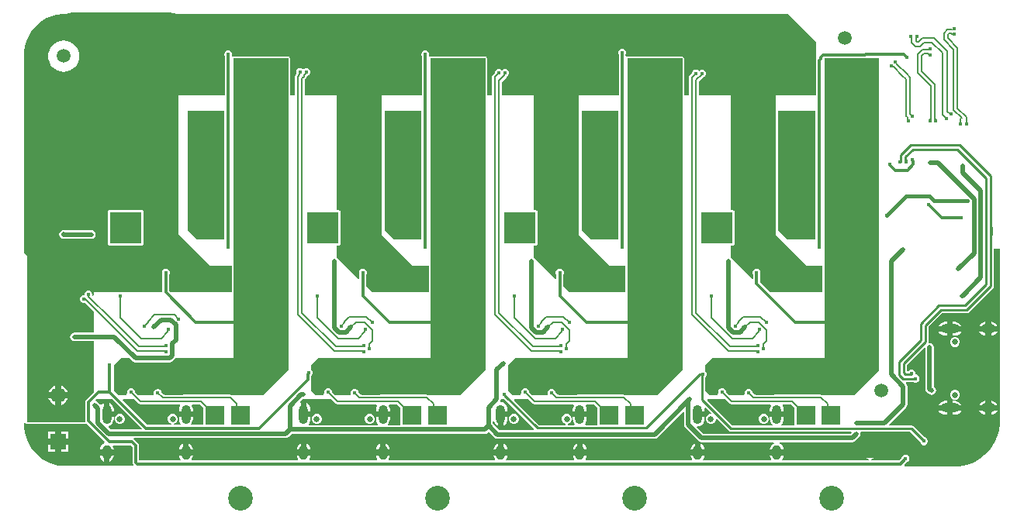
<source format=gbr>
%TF.GenerationSoftware,Altium Limited,Altium Designer,23.4.1 (23)*%
G04 Layer_Physical_Order=2*
G04 Layer_Color=16711680*
%FSLAX26Y26*%
%MOIN*%
%TF.SameCoordinates,9AE554A4-7581-43F1-91E0-74BCC9029391*%
%TF.FilePolarity,Positive*%
%TF.FileFunction,Copper,L2,Bot,Signal*%
%TF.Part,CustomerPanel*%
G01*
G75*
%TA.AperFunction,FiducialPad,Global*%
%ADD34C,0.059055*%
%TA.AperFunction,Conductor*%
%ADD36C,0.008000*%
%ADD37C,0.012000*%
%ADD38C,0.020000*%
%ADD39C,0.015000*%
%ADD40C,0.010000*%
%TA.AperFunction,ComponentPad*%
%ADD55R,0.083000X0.083000*%
%ADD56O,0.039370X0.062992*%
%ADD57C,0.026575*%
%ADD58O,0.039370X0.082677*%
%ADD59C,0.066929*%
%ADD60R,0.066929X0.066929*%
%ADD61O,0.062992X0.039370*%
%ADD62O,0.082677X0.039370*%
%TA.AperFunction,ViaPad*%
%ADD63C,0.106299*%
%ADD64C,0.017716*%
%ADD65C,0.019685*%
%TA.AperFunction,Conductor*%
%ADD66R,0.112050X0.118110*%
%ADD67R,0.137795X0.137795*%
%ADD68R,0.027669X0.102669*%
G36*
X1025271Y2608590D02*
X1038874Y2604945D01*
X1039403Y2604910D01*
X1039904Y2604740D01*
X1062992Y2601700D01*
D01*
X1067642Y2601088D01*
X1068039Y2601114D01*
X1068427Y2601024D01*
X1082416Y2600566D01*
X1082548Y2600588D01*
X1082678Y2600562D01*
X3683170Y2600562D01*
X3805433Y2478299D01*
X3803098Y2475964D01*
Y2399558D01*
Y2251921D01*
X3629921D01*
Y1650543D01*
X3761140Y1519323D01*
X3758308Y1515085D01*
X3754066Y1516842D01*
X3746564D01*
X3739633Y1513971D01*
X3736145Y1510484D01*
X3750315D01*
Y1485484D01*
X3736145D01*
X3739393Y1482236D01*
X3736145Y1478987D01*
X3750315D01*
Y1453987D01*
X3736145D01*
X3739393Y1450739D01*
X3736145Y1447492D01*
X3750315D01*
Y1434992D01*
X3762815D01*
Y1420822D01*
X3764921Y1422928D01*
X3768032Y1423816D01*
X3771142Y1422928D01*
X3773248Y1420822D01*
Y1434992D01*
X3798248D01*
Y1420822D01*
X3800354Y1422928D01*
X3803465Y1423816D01*
X3806575Y1422928D01*
X3810499Y1419004D01*
X3817430Y1416133D01*
X3824932D01*
X3826712Y1416870D01*
X3830869Y1414093D01*
Y1403495D01*
X3605517D01*
X3562563Y1446449D01*
Y1479466D01*
X3562602Y1479506D01*
X3565149Y1485655D01*
Y1492312D01*
X3562602Y1498462D01*
X3557895Y1503168D01*
X3551745Y1505716D01*
X3545089D01*
X3538939Y1503168D01*
X3534232Y1498462D01*
X3531685Y1492312D01*
Y1485655D01*
X3534232Y1479506D01*
X3534271Y1479466D01*
Y1464340D01*
X3529652Y1462426D01*
X3437992Y1554086D01*
Y1604129D01*
X3444882D01*
X3447954Y1604740D01*
X3450559Y1606480D01*
X3452299Y1609084D01*
X3452910Y1612157D01*
Y1749952D01*
X3452299Y1753024D01*
X3450559Y1755629D01*
X3447954Y1757369D01*
X3444882Y1757980D01*
X3437992D01*
Y2251921D01*
X3299508D01*
Y2311544D01*
X3315822Y2327858D01*
X3316352D01*
X3322502Y2330405D01*
X3327209Y2335112D01*
X3329756Y2341262D01*
Y2347918D01*
X3327209Y2354068D01*
X3322502Y2358775D01*
X3316352Y2361322D01*
X3309695D01*
X3303546Y2358775D01*
X3299909Y2355139D01*
X3295808Y2359240D01*
X3289658Y2361787D01*
X3283002D01*
X3276852Y2359240D01*
X3272145Y2354533D01*
X3269598Y2348383D01*
Y2345444D01*
X3260841Y2336688D01*
X3258217Y2332760D01*
X3257295Y2328127D01*
X3257295Y2328126D01*
Y2251921D01*
X3236690D01*
Y2409401D01*
X3236079Y2412473D01*
X3234338Y2415078D01*
X3231734Y2416818D01*
X3228662Y2417429D01*
X2992441D01*
X2989933Y2416930D01*
X2988781Y2417222D01*
X2985733Y2419318D01*
X2984972Y2424025D01*
X2987520Y2430175D01*
Y2436831D01*
X2984972Y2442981D01*
X2980265Y2447688D01*
X2974116Y2450235D01*
X2967459D01*
X2961309Y2447688D01*
X2956602Y2442981D01*
X2954055Y2436831D01*
Y2430175D01*
X2956602Y2424025D01*
X2956642Y2423986D01*
Y2251921D01*
X2783465D01*
Y1650543D01*
X2914684Y1519323D01*
X2911851Y1515085D01*
X2907609Y1516842D01*
X2900107D01*
X2893176Y1513971D01*
X2889689Y1510484D01*
X2903858D01*
Y1485484D01*
X2889689D01*
X2892937Y1482236D01*
X2889689Y1478987D01*
X2903858D01*
Y1453987D01*
X2889689D01*
X2892937Y1450739D01*
X2889689Y1447492D01*
X2903858D01*
Y1434992D01*
X2916358D01*
Y1420822D01*
X2918464Y1422928D01*
X2921575Y1423816D01*
X2924685Y1422928D01*
X2926791Y1420822D01*
Y1434992D01*
X2951791D01*
Y1420822D01*
X2953897Y1422928D01*
X2957008Y1423816D01*
X2960119Y1422928D01*
X2964042Y1419004D01*
X2970973Y1416133D01*
X2978476D01*
X2980255Y1416870D01*
X2984413Y1414093D01*
Y1403495D01*
X2742126D01*
X2716106Y1429515D01*
X2716106Y1479466D01*
X2716146Y1479506D01*
X2718693Y1485655D01*
Y1492312D01*
X2716146Y1498462D01*
X2711439Y1503168D01*
X2705289Y1505716D01*
X2698632D01*
X2692483Y1503168D01*
X2687776Y1498462D01*
X2685228Y1492312D01*
Y1485655D01*
X2687776Y1479506D01*
X2687815Y1479466D01*
Y1464340D01*
X2683195Y1462426D01*
X2591535Y1554086D01*
Y1604129D01*
X2598425D01*
X2601497Y1604740D01*
X2604102Y1606480D01*
X2605842Y1609084D01*
X2606454Y1612157D01*
Y1749952D01*
X2605842Y1753024D01*
X2604102Y1755629D01*
X2601497Y1757369D01*
X2598425Y1757980D01*
X2591535D01*
Y2251921D01*
X2453052D01*
Y2308544D01*
X2473268Y2328761D01*
X2473269Y2328761D01*
X2475893Y2332689D01*
X2476035Y2333401D01*
X2476045Y2333405D01*
X2480752Y2338112D01*
X2483299Y2344262D01*
Y2350918D01*
X2480752Y2357068D01*
X2476045Y2361775D01*
X2469895Y2364322D01*
X2463239D01*
X2457089Y2361775D01*
X2453772Y2358458D01*
X2450454Y2361775D01*
X2444305Y2364322D01*
X2437648D01*
X2431498Y2361775D01*
X2426791Y2357068D01*
X2424244Y2350918D01*
Y2347979D01*
X2414384Y2338119D01*
X2411760Y2334191D01*
X2410838Y2329559D01*
X2410838Y2329558D01*
Y2251921D01*
X2390233D01*
Y2409401D01*
X2389622Y2412473D01*
X2387882Y2415078D01*
X2385277Y2416818D01*
X2382205Y2417429D01*
X2145984D01*
X2144496Y2417133D01*
X2141075Y2420407D01*
X2140724Y2421093D01*
X2141433Y2422805D01*
Y2429462D01*
X2138886Y2435611D01*
X2134179Y2440318D01*
X2128029Y2442866D01*
X2121373D01*
X2115223Y2440318D01*
X2110516Y2435611D01*
X2107969Y2429462D01*
Y2422805D01*
X2110516Y2416655D01*
X2110555Y2416616D01*
Y2401419D01*
X2110185Y2399558D01*
Y2251921D01*
X1937008D01*
Y1650543D01*
X2068227Y1519323D01*
X2065395Y1515085D01*
X2061153Y1516842D01*
X2053651D01*
X2046719Y1513971D01*
X2043232Y1510484D01*
X2057402D01*
Y1485484D01*
X2043232D01*
X2046480Y1482236D01*
X2043232Y1478987D01*
X2057402D01*
Y1453987D01*
X2043232D01*
X2046480Y1450739D01*
X2043232Y1447492D01*
X2057402D01*
Y1434992D01*
X2069902D01*
Y1420822D01*
X2072008Y1422928D01*
X2075118Y1423816D01*
X2078229Y1422928D01*
X2080335Y1420822D01*
Y1434992D01*
X2105335D01*
Y1420822D01*
X2107441Y1422928D01*
X2110551Y1423816D01*
X2113662Y1422928D01*
X2117585Y1419004D01*
X2124517Y1416133D01*
X2132019D01*
X2133799Y1416870D01*
X2137956Y1414093D01*
Y1403495D01*
X1895669D01*
X1869650Y1429515D01*
X1869650Y1479466D01*
X1869689Y1479506D01*
X1872236Y1485655D01*
Y1492312D01*
X1869689Y1498462D01*
X1864982Y1503168D01*
X1858832Y1505716D01*
X1852176D01*
X1846026Y1503168D01*
X1841319Y1498462D01*
X1838772Y1492312D01*
Y1485655D01*
X1841319Y1479506D01*
X1841358Y1479466D01*
Y1464340D01*
X1836739Y1462426D01*
X1745079Y1554086D01*
Y1604129D01*
X1751968D01*
X1755041Y1604740D01*
X1757645Y1606480D01*
X1759386Y1609084D01*
X1759997Y1612157D01*
Y1749952D01*
X1759386Y1753024D01*
X1757645Y1755629D01*
X1755041Y1757369D01*
X1751968Y1757980D01*
X1745079D01*
Y2251921D01*
X1606595D01*
Y2319791D01*
X1610562Y2323759D01*
X1613187Y2327686D01*
X1613916Y2331354D01*
X1616641Y2334079D01*
X1616951D01*
X1623101Y2336626D01*
X1627808Y2341333D01*
X1630355Y2347483D01*
Y2354139D01*
X1627808Y2360289D01*
X1623101Y2364996D01*
X1616951Y2367543D01*
X1610295D01*
X1604145Y2364996D01*
X1603382Y2364233D01*
X1596508Y2364430D01*
X1594861Y2366076D01*
X1588712Y2368624D01*
X1582055D01*
X1575905Y2366076D01*
X1571198Y2361369D01*
X1568651Y2355220D01*
Y2348563D01*
X1570707Y2343601D01*
X1567928Y2340822D01*
X1565303Y2336895D01*
X1564381Y2332262D01*
X1564382Y2332261D01*
Y2251921D01*
X1543776D01*
Y2409401D01*
X1543165Y2412473D01*
X1541425Y2415078D01*
X1538820Y2416818D01*
X1535748Y2417429D01*
X1299528D01*
X1297636Y2417053D01*
X1294787Y2419517D01*
X1293864Y2421013D01*
X1294606Y2422805D01*
Y2429462D01*
X1292059Y2435611D01*
X1287352Y2440318D01*
X1281202Y2442866D01*
X1274546D01*
X1268396Y2440318D01*
X1263689Y2435611D01*
X1261142Y2429462D01*
Y2422805D01*
X1263689Y2416655D01*
X1263728Y2416616D01*
Y2251921D01*
X1062992D01*
X1062992Y1654479D01*
X1083219Y1634252D01*
X1199017Y1518455D01*
X1198346Y1512054D01*
X1196775Y1510484D01*
X1210945D01*
Y1485484D01*
X1196775D01*
X1200023Y1482236D01*
X1196775Y1478987D01*
X1210945D01*
Y1453987D01*
X1196775D01*
X1200023Y1450739D01*
X1196775Y1447492D01*
X1210945D01*
Y1434992D01*
X1223445D01*
Y1420822D01*
X1225551Y1422928D01*
X1228661Y1423816D01*
X1231772Y1422928D01*
X1233878Y1420822D01*
Y1434992D01*
X1258878D01*
Y1420822D01*
X1260984Y1422928D01*
X1264094Y1423816D01*
X1267205Y1422928D01*
X1271129Y1419004D01*
X1278060Y1416133D01*
X1285562D01*
X1287342Y1416870D01*
X1291499Y1414093D01*
Y1403495D01*
X1029041D01*
X1023193Y1409343D01*
X1023193Y1479466D01*
X1023232Y1479506D01*
X1025779Y1485655D01*
Y1492312D01*
X1023232Y1498462D01*
X1018525Y1503168D01*
X1012375Y1505716D01*
X1005719D01*
X999569Y1503168D01*
X998032Y1501631D01*
X994862Y1498462D01*
X992315Y1492312D01*
Y1485655D01*
X994862Y1479506D01*
X994901Y1479466D01*
X994902Y1405464D01*
D01*
Y1403495D01*
X699134D01*
Y1391397D01*
X697626Y1390046D01*
X694134Y1388971D01*
X692601Y1390486D01*
Y1396086D01*
X690054Y1402236D01*
X688795Y1403495D01*
X685347Y1406943D01*
X679197Y1409490D01*
X672541D01*
X666391Y1406943D01*
X662943Y1403495D01*
X661684Y1402236D01*
X659137Y1396086D01*
Y1391395D01*
X654446D01*
X648296Y1388848D01*
X643589Y1384141D01*
X641042Y1377991D01*
Y1371335D01*
X643589Y1365185D01*
X648296Y1360478D01*
X654446Y1357931D01*
X661102D01*
X662269Y1358414D01*
X699134Y1321548D01*
Y1229814D01*
X615701D01*
X608727Y1228427D01*
X602814Y1224476D01*
X598864Y1218564D01*
X597477Y1211590D01*
X598864Y1204616D01*
X602814Y1198703D01*
X608727Y1194753D01*
X615701Y1193366D01*
X699134D01*
Y974028D01*
X666698Y941592D01*
X663632Y937003D01*
X662555Y931590D01*
Y849286D01*
X662750Y848305D01*
X659578Y844440D01*
X413701D01*
Y1559747D01*
X401729Y1571719D01*
X401728Y2428771D01*
X401728Y2440031D01*
X404667Y2462357D01*
X410496Y2484110D01*
X419114Y2504916D01*
X430373Y2524418D01*
X444082Y2542284D01*
X460007Y2558209D01*
X477872Y2571917D01*
X497375Y2583177D01*
X518181Y2591794D01*
X539934Y2597623D01*
X562260Y2600562D01*
X573520Y2600562D01*
X573716Y2600601D01*
X573914Y2600572D01*
X579702Y2600856D01*
X580279Y2601000D01*
X580874D01*
X592229Y2603258D01*
X592960Y2603561D01*
X593735Y2603715D01*
X604430Y2608145D01*
X605088Y2608584D01*
X605101Y2608590D01*
X813933Y2608590D01*
X898322D01*
X898322Y2608590D01*
X1025271D01*
X1025271Y2608590D01*
D02*
G37*
G36*
X3799213Y1631842D02*
X3681102D01*
X3641732Y1671212D01*
Y2183023D01*
X3799213D01*
Y1631842D01*
D02*
G37*
G36*
X2952756D02*
X2834646D01*
X2795276Y1671212D01*
Y2183023D01*
X2952756D01*
Y1631842D01*
D02*
G37*
G36*
X2106299D02*
X1988189D01*
X1948819Y1671212D01*
Y2183023D01*
X2106299D01*
Y1631842D01*
D02*
G37*
G36*
X1259843D02*
X1141732D01*
X1102362Y1671212D01*
Y2183023D01*
X1259843D01*
Y1631842D01*
D02*
G37*
G36*
X1535748Y1068850D02*
X1464882Y997984D01*
X1429449Y962551D01*
X1286524D01*
X1285354Y962783D01*
X1285354Y962783D01*
X1082992D01*
Y962551D01*
X1004252Y962550D01*
Y962783D01*
X1000369D01*
X991460Y971692D01*
Y974631D01*
X988913Y980781D01*
X984206Y985488D01*
X978056Y988035D01*
X971399D01*
X965250Y985488D01*
X960543Y980781D01*
X957995Y974631D01*
Y967975D01*
X958520Y966708D01*
X955742Y962551D01*
X888602D01*
X876779Y974373D01*
Y977312D01*
X874232Y983462D01*
X869525Y988168D01*
X863375Y990716D01*
X856719D01*
X850569Y988168D01*
X845862Y983462D01*
X843315Y977312D01*
Y970655D01*
X843435Y970365D01*
X841047Y966780D01*
Y962551D01*
X807402D01*
X787717Y982236D01*
X787717Y1013979D01*
X787717Y1013979D01*
Y1090503D01*
X817244Y1120031D01*
X853487D01*
X865814Y1107704D01*
X865814Y1107703D01*
X871727Y1103753D01*
X878701Y1102366D01*
X1025985D01*
X1025985Y1102366D01*
X1032959Y1103753D01*
X1038871Y1107703D01*
X1050587Y1119419D01*
X1050587Y1119419D01*
X1050996Y1120031D01*
X1299528D01*
Y2328692D01*
Y2409401D01*
X1535748D01*
Y1068850D01*
D02*
G37*
G36*
X4075118D02*
X4004252Y997984D01*
X3968819Y962551D01*
X3825894D01*
X3824724Y962783D01*
X3824724Y962783D01*
X3622362D01*
Y962551D01*
X3543622Y962550D01*
Y962783D01*
X3539739D01*
X3530830Y971692D01*
Y974631D01*
X3528283Y980781D01*
X3523576Y985488D01*
X3517426Y988035D01*
X3510769D01*
X3504620Y985488D01*
X3499913Y980781D01*
X3497365Y974631D01*
Y967975D01*
X3497890Y966708D01*
X3495113Y962551D01*
X3427972D01*
X3416149Y974373D01*
Y977312D01*
X3413602Y983462D01*
X3408895Y988168D01*
X3402745Y990716D01*
X3396089D01*
X3389939Y988168D01*
X3385232Y983462D01*
X3382685Y977312D01*
Y970655D01*
X3382805Y970365D01*
X3380417Y966780D01*
Y962551D01*
X3346772D01*
X3327087Y982236D01*
X3327087Y1036369D01*
X3327339D01*
Y1037565D01*
X3330886Y1041112D01*
X3333433Y1047262D01*
Y1053918D01*
X3330886Y1060068D01*
X3327087Y1063867D01*
Y1090503D01*
X3356614Y1120031D01*
X3838898D01*
Y2328692D01*
Y2409401D01*
X4075118D01*
Y1068850D01*
D02*
G37*
G36*
X3228662D02*
X3157795Y997984D01*
X3122362Y962551D01*
X2979438D01*
X2978268Y962783D01*
X2978267Y962783D01*
X2775906D01*
Y962551D01*
X2697165Y962550D01*
Y962783D01*
X2693282D01*
X2684373Y971692D01*
Y974631D01*
X2681826Y980781D01*
X2677119Y985488D01*
X2670969Y988035D01*
X2664313D01*
X2658163Y985488D01*
X2653456Y980781D01*
X2650909Y974631D01*
Y967975D01*
X2651434Y966708D01*
X2648656Y962551D01*
X2581515D01*
X2569693Y974373D01*
Y977312D01*
X2567146Y983462D01*
X2562439Y988168D01*
X2556289Y990716D01*
X2549633D01*
X2543483Y988168D01*
X2538776Y983462D01*
X2536229Y977312D01*
Y970655D01*
X2536349Y970365D01*
X2533961Y966780D01*
Y962551D01*
X2500315D01*
X2480630Y982236D01*
X2480630Y1013979D01*
X2480630Y1013979D01*
Y1090503D01*
X2510157Y1120031D01*
X2992441D01*
Y2328692D01*
Y2409401D01*
X3228662D01*
Y1068850D01*
D02*
G37*
G36*
X2382205D02*
X2311339Y997984D01*
X2275905Y962551D01*
X2132981D01*
X2131811Y962783D01*
X2131811Y962783D01*
X1929449D01*
Y962551D01*
X1850709Y962550D01*
Y962783D01*
X1846826D01*
X1837917Y971692D01*
Y974631D01*
X1835369Y980781D01*
X1830662Y985488D01*
X1824513Y988035D01*
X1817856D01*
X1811706Y985488D01*
X1806999Y980781D01*
X1804452Y974631D01*
Y967975D01*
X1804977Y966708D01*
X1802199Y962551D01*
X1735058D01*
X1723236Y974373D01*
Y977312D01*
X1720689Y983462D01*
X1715982Y988168D01*
X1709832Y990716D01*
X1703176D01*
X1697026Y988168D01*
X1692319Y983462D01*
X1689772Y977312D01*
Y970655D01*
X1689892Y970365D01*
X1687504Y966780D01*
Y962551D01*
X1653858D01*
X1634173Y982236D01*
X1634173Y1013979D01*
X1634173Y1013979D01*
Y1026822D01*
X1634173Y1026822D01*
Y1036369D01*
X1634445D01*
Y1043671D01*
X1638366Y1047592D01*
X1640913Y1053742D01*
Y1060398D01*
X1638366Y1066548D01*
X1634173Y1070741D01*
Y1090503D01*
X1663701Y1120031D01*
X2145984D01*
Y2328692D01*
Y2409401D01*
X2382205D01*
Y1068850D01*
D02*
G37*
G36*
X4593673Y849370D02*
X4593672Y836669D01*
X4590356Y811488D01*
X4583783Y786956D01*
X4574064Y763490D01*
X4561365Y741495D01*
X4545903Y721345D01*
X4527944Y703386D01*
X4507794Y687925D01*
X4485799Y675226D01*
X4462334Y665506D01*
X4437801Y658933D01*
X4412620Y655618D01*
X4399921Y655618D01*
X4184267Y655618D01*
X4182353Y660237D01*
X4194703Y672587D01*
X4195502Y673783D01*
X4197651Y674673D01*
X4202358Y679380D01*
X4204905Y685529D01*
Y692186D01*
X4202358Y698336D01*
X4197651Y703043D01*
X4191501Y705590D01*
X4184845D01*
X4178695Y703043D01*
X4173988Y698336D01*
X4171441Y692186D01*
Y689335D01*
X4161652Y679547D01*
X4041414D01*
X4040419Y684547D01*
X4045383Y686603D01*
X4048870Y690090D01*
X4020531D01*
X4024019Y686603D01*
X4028982Y684547D01*
X4027988Y679547D01*
X3660907D01*
X3658441Y684547D01*
X3660890Y687738D01*
X3663881Y694959D01*
X3664811Y702020D01*
X3634961D01*
X3605110D01*
X3606039Y694959D01*
X3609030Y687738D01*
X3611479Y684547D01*
X3609013Y679547D01*
X3320750D01*
X3318285Y684547D01*
X3320733Y687738D01*
X3323724Y694959D01*
X3324654Y702019D01*
X3264953D01*
X3265883Y694959D01*
X3268874Y687738D01*
X3271322Y684547D01*
X3268857Y679547D01*
X2814451D01*
X2811985Y684547D01*
X2814434Y687738D01*
X2817425Y694959D01*
X2818354Y702019D01*
X2788504D01*
X2758653D01*
X2759583Y694959D01*
X2762574Y687738D01*
X2765022Y684547D01*
X2762557Y679547D01*
X2474294D01*
X2471828Y684547D01*
X2474277Y687738D01*
X2477268Y694959D01*
X2478197Y702019D01*
X2418496D01*
X2419426Y694959D01*
X2422417Y687738D01*
X2424866Y684547D01*
X2422400Y679547D01*
X1967994D01*
X1965528Y684547D01*
X1967977Y687738D01*
X1970968Y694959D01*
X1971898Y702019D01*
X1942047D01*
Y714519D01*
D01*
Y702019D01*
X1912197D01*
X1913126Y694959D01*
X1916117Y687738D01*
X1918566Y684547D01*
X1916100Y679547D01*
X1627837D01*
X1625371Y684547D01*
X1627820Y687738D01*
X1630811Y694959D01*
X1631741Y702019D01*
X1572040D01*
X1572969Y694959D01*
X1575960Y687738D01*
X1578409Y684547D01*
X1575943Y679547D01*
X1121537D01*
X1119072Y684547D01*
X1121520Y687738D01*
X1124511Y694959D01*
X1125441Y702019D01*
X1095590D01*
Y714519D01*
D01*
Y702019D01*
X1065740D01*
X1066669Y694959D01*
X1069660Y687738D01*
X1072109Y684547D01*
X1069643Y679547D01*
X893847D01*
Y743590D01*
X892770Y749003D01*
X889703Y753592D01*
X873404Y769892D01*
X871004Y771496D01*
X872521Y776496D01*
X1524830D01*
X1524831Y776496D01*
X1531805Y777883D01*
X1537717Y781833D01*
X1550250Y794366D01*
X2379700D01*
X2379701Y794366D01*
X2386675Y795753D01*
X2392587Y799703D01*
X2396701Y803817D01*
X2421814Y778704D01*
X2421814Y778703D01*
X2427727Y774753D01*
X2434701Y773366D01*
X2434701Y773366D01*
X3109700D01*
X3109701Y773366D01*
X3116675Y774753D01*
X3122587Y778703D01*
X3231857Y887973D01*
X3236477Y886060D01*
Y833590D01*
X3236477Y833590D01*
X3237864Y826616D01*
X3241814Y820703D01*
X3298814Y763704D01*
X3298814Y763703D01*
X3304727Y759753D01*
X3311701Y758366D01*
X3311701Y758366D01*
X3621664D01*
X3622658Y753366D01*
X3619990Y752260D01*
X3613789Y747502D01*
X3609030Y741301D01*
X3606039Y734080D01*
X3605110Y727020D01*
X3634961D01*
X3664811D01*
X3663881Y734080D01*
X3660890Y741301D01*
X3656132Y747502D01*
X3649931Y752260D01*
X3647262Y753366D01*
X3648257Y758366D01*
X3958700D01*
X3958701Y758366D01*
X3965675Y759753D01*
X3971587Y763703D01*
X3988855Y780971D01*
X3992805Y786884D01*
X3994193Y793858D01*
X3993248Y798605D01*
X3996508Y803605D01*
X4208122D01*
X4250969Y760759D01*
Y759262D01*
X4253516Y753112D01*
X4258223Y748405D01*
X4264373Y745858D01*
X4271029D01*
X4277179Y748405D01*
X4281886Y753112D01*
X4284433Y759262D01*
Y765918D01*
X4281886Y772068D01*
X4277179Y776775D01*
X4271029Y779322D01*
X4269532D01*
X4222841Y826013D01*
X4218582Y828859D01*
X4213559Y829858D01*
X4119275D01*
X4117361Y834477D01*
X4190587Y907703D01*
X4190587Y907703D01*
X4194538Y913616D01*
X4195925Y920590D01*
X4195925Y920590D01*
Y998604D01*
X4195925Y998605D01*
X4194538Y1005579D01*
X4190587Y1011491D01*
X4190587Y1011491D01*
X4189106Y1012972D01*
X4191019Y1017592D01*
X4214066D01*
X4215576Y1017892D01*
X4223327D01*
X4228468Y1015763D01*
X4235124D01*
X4241274Y1018310D01*
X4245981Y1023017D01*
X4248528Y1029167D01*
Y1035823D01*
X4245981Y1041973D01*
X4241274Y1046680D01*
X4235124Y1049227D01*
X4230851D01*
X4230433Y1049852D01*
Y1056508D01*
X4227886Y1062658D01*
X4223179Y1067365D01*
X4217029Y1069912D01*
X4210373D01*
X4204223Y1067365D01*
X4200702Y1063844D01*
X4193827D01*
Y1091869D01*
X4267477Y1165518D01*
X4272477Y1163447D01*
Y989157D01*
X4272476Y989157D01*
X4273864Y982183D01*
X4277814Y976270D01*
X4287097Y966987D01*
X4287098Y966987D01*
X4293010Y963036D01*
X4299984Y961649D01*
X4299985Y961649D01*
X4300433D01*
X4307407Y963036D01*
X4313320Y966987D01*
X4317270Y972899D01*
X4318657Y979873D01*
X4317270Y986847D01*
X4313320Y992760D01*
X4311967Y993664D01*
X4308925Y996705D01*
Y1167590D01*
X4307538Y1174564D01*
X4303587Y1180476D01*
X4297675Y1184427D01*
X4290701Y1185814D01*
X4289317Y1185539D01*
X4286918Y1187937D01*
X4285827Y1189943D01*
Y1255153D01*
X4344138Y1313464D01*
X4450985D01*
X4456008Y1314463D01*
X4460267Y1317308D01*
X4563730Y1420772D01*
X4566576Y1425031D01*
X4567575Y1430054D01*
Y1592472D01*
X4593673D01*
Y849370D01*
D02*
G37*
G36*
X891486Y925423D02*
X891487Y925423D01*
X895414Y922798D01*
X900047Y921877D01*
X1068740Y921877D01*
X1070951Y917393D01*
X1069660Y915710D01*
X1066669Y908489D01*
X1065649Y900740D01*
Y891586D01*
X1095590D01*
X1125532D01*
Y900740D01*
X1124511Y908489D01*
X1121520Y915710D01*
X1120229Y917393D01*
X1122441Y921877D01*
X1155757D01*
X1171413Y906221D01*
Y832740D01*
X1119902D01*
X1117897Y837740D01*
X1121520Y842462D01*
X1124511Y849683D01*
X1125532Y857433D01*
Y866586D01*
X1095590D01*
X1065649D01*
Y857433D01*
X1066669Y849683D01*
X1069660Y842462D01*
X1073284Y837740D01*
X1071279Y832740D01*
X1046137D01*
X1045143Y837740D01*
X1051275Y840280D01*
X1057228Y846233D01*
X1060449Y854010D01*
Y862429D01*
X1057228Y870207D01*
X1051275Y876159D01*
X1043497Y879381D01*
X1035079D01*
X1027301Y876159D01*
X1021348Y870207D01*
X1018127Y862429D01*
Y854010D01*
X1021348Y846233D01*
X1027301Y840280D01*
X1033433Y837740D01*
X1032439Y832740D01*
X930556D01*
X825050Y938246D01*
X826963Y942865D01*
X874044D01*
X891486Y925423D01*
D02*
G37*
G36*
X2584400D02*
X2584400Y925423D01*
X2588328Y922798D01*
X2592961Y921877D01*
X2761653Y921877D01*
X2763865Y917393D01*
X2762574Y915710D01*
X2759583Y908489D01*
X2758562Y900740D01*
Y891586D01*
X2788504D01*
X2818445D01*
Y900740D01*
X2817425Y908489D01*
X2814434Y915710D01*
X2813143Y917393D01*
X2815354Y921877D01*
X2848670D01*
X2864327Y906221D01*
Y832449D01*
X2812312D01*
X2810587Y837449D01*
X2814434Y842462D01*
X2817425Y849683D01*
X2818445Y857433D01*
Y866586D01*
X2788504D01*
X2758562D01*
Y857433D01*
X2759583Y849683D01*
X2762574Y842462D01*
X2766420Y837449D01*
X2764695Y832449D01*
X2738349D01*
X2737355Y837449D01*
X2744189Y840280D01*
X2750141Y846233D01*
X2753363Y854010D01*
Y862429D01*
X2750141Y870207D01*
X2744189Y876159D01*
X2736411Y879381D01*
X2727992D01*
X2720215Y876159D01*
X2714262Y870207D01*
X2711040Y862429D01*
Y854010D01*
X2714262Y846233D01*
X2720215Y840280D01*
X2727048Y837449D01*
X2726054Y832449D01*
X2611263D01*
X2505466Y938246D01*
X2507379Y942865D01*
X2566957D01*
X2584400Y925423D01*
D02*
G37*
G36*
X1737943D02*
X1737943Y925423D01*
X1741871Y922798D01*
X1746504Y921877D01*
X1915197Y921877D01*
X1917408Y917393D01*
X1916117Y915710D01*
X1913126Y908489D01*
X1912106Y900740D01*
Y891586D01*
X1942047D01*
X1971988D01*
Y900740D01*
X1970968Y908489D01*
X1967977Y915710D01*
X1966686Y917393D01*
X1968898Y921877D01*
X2002214D01*
X2017870Y906221D01*
Y830814D01*
X1964333D01*
X1962636Y835814D01*
X1963219Y836261D01*
X1967977Y842462D01*
X1970968Y849683D01*
X1971988Y857433D01*
Y866586D01*
X1942047D01*
X1912106D01*
Y857433D01*
X1913126Y849683D01*
X1916117Y842462D01*
X1920875Y836261D01*
X1921458Y835814D01*
X1919761Y830814D01*
X1624177D01*
X1622479Y835814D01*
X1623062Y836261D01*
X1627820Y842462D01*
X1630811Y849683D01*
X1631831Y857433D01*
Y866586D01*
X1601890D01*
Y879086D01*
X1589390D01*
Y927693D01*
X1588123Y927168D01*
X1585291Y931407D01*
X1596749Y942865D01*
X1720501D01*
X1737943Y925423D01*
D02*
G37*
G36*
X2591771Y814814D02*
X2589700Y809814D01*
X2442249D01*
X2414925Y837139D01*
Y847484D01*
X2419925Y848478D01*
X2422417Y842462D01*
X2427175Y836261D01*
X2433376Y831503D01*
X2435847Y830479D01*
Y879086D01*
X2448347D01*
Y891586D01*
X2478288D01*
Y900740D01*
X2477268Y908489D01*
X2474277Y915710D01*
X2469519Y921911D01*
X2463318Y926670D01*
X2456096Y929661D01*
X2450100Y930450D01*
X2447237Y935166D01*
X2447538Y935616D01*
X2448925Y942590D01*
X2453690Y942865D01*
X2463720D01*
X2591771Y814814D01*
D02*
G37*
G36*
X3430856Y925423D02*
X3430857Y925423D01*
X3434784Y922798D01*
X3439417Y921877D01*
X3608110Y921877D01*
X3610321Y917393D01*
X3609030Y915710D01*
X3606039Y908489D01*
X3605019Y900740D01*
Y891586D01*
X3634961D01*
X3664901D01*
Y900740D01*
X3663881Y908489D01*
X3660890Y915710D01*
X3659599Y917393D01*
X3661811Y921877D01*
X3695127D01*
X3710784Y906221D01*
Y829858D01*
X3656000D01*
X3654303Y834858D01*
X3656132Y836261D01*
X3660890Y842462D01*
X3663881Y849683D01*
X3664901Y857433D01*
Y866586D01*
X3634961D01*
X3605019D01*
Y857433D01*
X3606039Y849683D01*
X3609030Y842462D01*
X3613789Y836261D01*
X3615617Y834858D01*
X3613920Y829858D01*
X3443996D01*
X3335608Y938246D01*
X3337521Y942865D01*
X3413414D01*
X3430856Y925423D01*
D02*
G37*
G36*
X3352346Y884381D02*
X3350275Y879381D01*
X3346896D01*
X3339119Y876160D01*
X3333166Y870207D01*
X3329944Y862429D01*
Y854010D01*
X3333166Y846233D01*
X3339119Y840280D01*
X3346896Y837058D01*
X3355315D01*
X3363093Y840280D01*
X3369046Y846233D01*
X3372267Y854010D01*
Y857389D01*
X3377267Y859460D01*
X3429278Y807450D01*
X3433536Y804605D01*
X3438559Y803605D01*
X3953410D01*
X3955324Y798986D01*
X3951152Y794814D01*
X3319249D01*
X3291132Y822932D01*
X3293467Y827667D01*
X3294803Y827491D01*
X3302553Y828512D01*
X3309774Y831503D01*
X3315975Y836261D01*
X3320733Y842462D01*
X3323724Y849683D01*
X3324745Y857433D01*
Y866586D01*
X3294803D01*
Y891586D01*
X3324745D01*
Y900740D01*
X3324112Y905544D01*
X3328848Y907880D01*
X3352346Y884381D01*
D02*
G37*
G36*
X905722Y817563D02*
X903808Y812944D01*
X772579D01*
X761631Y823892D01*
X763819Y828775D01*
X770404Y831503D01*
X776605Y836261D01*
X781363Y842462D01*
X784355Y849683D01*
X785375Y857433D01*
Y866586D01*
X755433D01*
Y879086D01*
X742933D01*
Y927693D01*
X740463Y926670D01*
X734262Y921911D01*
X733049Y920331D01*
X728060Y920004D01*
X717587Y930476D01*
X711675Y934427D01*
X709476Y934864D01*
X707716Y940029D01*
X710000Y942865D01*
X780420D01*
X905722Y817563D01*
D02*
G37*
G36*
X408024Y838763D02*
X410628Y837023D01*
X413701Y836412D01*
X659578D01*
X659968Y836490D01*
X660365Y836451D01*
X661494Y836793D01*
X662650Y837023D01*
X662981Y837244D01*
X663362Y837360D01*
X665532Y838611D01*
X669563Y836385D01*
X669720Y836262D01*
X746111Y759871D01*
X744838Y754072D01*
X740463Y752260D01*
X734262Y747502D01*
X729504Y741301D01*
X726513Y734080D01*
X725583Y727019D01*
X785284D01*
X784355Y734080D01*
X781594Y740744D01*
X783144Y744913D01*
X783554Y745744D01*
X857542D01*
X865555Y737731D01*
Y672430D01*
X866632Y667017D01*
X869698Y662428D01*
X870644Y661482D01*
X868724Y656865D01*
X552963Y657765D01*
X545970Y658685D01*
X523267Y664768D01*
X501553Y673763D01*
X481199Y685514D01*
X462553Y699822D01*
X445933Y716441D01*
X431625Y735087D01*
X419874Y755442D01*
X410879Y777156D01*
X404796Y799859D01*
X401728Y823161D01*
X401729Y839870D01*
X404076Y840642D01*
X406729Y840702D01*
X408024Y838763D01*
D02*
G37*
%LPC*%
G36*
X570866Y2486496D02*
X557746Y2485204D01*
X545130Y2481377D01*
X533503Y2475162D01*
X523311Y2466798D01*
X514947Y2456607D01*
X508733Y2444980D01*
X504906Y2432364D01*
X503613Y2419243D01*
X504906Y2406123D01*
X508733Y2393507D01*
X514947Y2381880D01*
X523311Y2371688D01*
X533503Y2363325D01*
X545130Y2357110D01*
X557746Y2353283D01*
X570866Y2351990D01*
X583987Y2353283D01*
X596603Y2357110D01*
X608230Y2363325D01*
X618421Y2371688D01*
X626785Y2381880D01*
X633000Y2393507D01*
X636827Y2406123D01*
X638119Y2419243D01*
X636827Y2432364D01*
X633000Y2444980D01*
X626785Y2456607D01*
X618421Y2466798D01*
X608230Y2475162D01*
X596603Y2481377D01*
X583987Y2485204D01*
X570866Y2486496D01*
D02*
G37*
G36*
X571701Y1670814D02*
X571700Y1670814D01*
X569969D01*
X562995Y1669427D01*
X557082Y1665476D01*
X553132Y1659564D01*
X551744Y1652590D01*
X553132Y1645616D01*
X557082Y1639703D01*
X562995Y1635753D01*
X569969Y1634366D01*
X571243D01*
X571814Y1634252D01*
X571815Y1634252D01*
X689814D01*
X696788Y1635639D01*
X702701Y1639590D01*
X706651Y1645502D01*
X708039Y1652476D01*
X706651Y1659450D01*
X702701Y1665363D01*
X696788Y1669313D01*
X689814Y1670701D01*
X572272D01*
X571701Y1670814D01*
D02*
G37*
G36*
X905512Y1757980D02*
X767716D01*
X764644Y1757369D01*
X762040Y1755629D01*
X760299Y1753024D01*
X759688Y1749952D01*
Y1612157D01*
X760299Y1609084D01*
X762040Y1606480D01*
X764644Y1604740D01*
X767716Y1604129D01*
X905512D01*
X908584Y1604740D01*
X911189Y1606480D01*
X912929Y1609084D01*
X913540Y1612157D01*
Y1749952D01*
X912929Y1753024D01*
X911189Y1755629D01*
X908584Y1757369D01*
X905512Y1757980D01*
D02*
G37*
G36*
X3737815Y1422492D02*
X3736145D01*
X3737815Y1420822D01*
Y1422492D01*
D02*
G37*
G36*
X2891358D02*
X2889689D01*
X2891358Y1420822D01*
Y1422492D01*
D02*
G37*
G36*
X2044902D02*
X2043232D01*
X2044902Y1420822D01*
Y1422492D01*
D02*
G37*
G36*
X1198445D02*
X1196775D01*
X1198445Y1420822D01*
Y1422492D01*
D02*
G37*
G36*
X559201Y1002238D02*
Y973090D01*
X588349D01*
X587203Y977367D01*
X581481Y987278D01*
X573389Y995370D01*
X563477Y1001092D01*
X559201Y1002238D01*
D02*
G37*
G36*
X534201Y1002238D02*
X529924Y1001092D01*
X520013Y995370D01*
X511921Y987278D01*
X506198Y977367D01*
X505053Y973090D01*
X534201D01*
Y1002238D01*
D02*
G37*
G36*
Y948090D02*
X505052D01*
X506198Y943813D01*
X511921Y933902D01*
X520013Y925810D01*
X529924Y920087D01*
X534201Y918942D01*
Y948090D01*
D02*
G37*
G36*
X588349D02*
X559201D01*
Y918941D01*
X563477Y920087D01*
X573389Y925810D01*
X581481Y933902D01*
X587203Y943813D01*
X588349Y948090D01*
D02*
G37*
G36*
X4400708Y1276346D02*
X4391555D01*
Y1258905D01*
X4427661D01*
X4426638Y1261376D01*
X4421880Y1267577D01*
X4415679Y1272335D01*
X4408458Y1275326D01*
X4400708Y1276346D01*
D02*
G37*
G36*
X4366555D02*
X4357401D01*
X4349652Y1275326D01*
X4342431Y1272335D01*
X4336230Y1267577D01*
X4331471Y1261376D01*
X4330448Y1258905D01*
X4366555D01*
Y1276346D01*
D02*
G37*
G36*
X4556121Y1276256D02*
Y1258905D01*
X4582386D01*
X4581362Y1261376D01*
X4576604Y1267577D01*
X4570403Y1272335D01*
X4563182Y1275326D01*
X4556121Y1276256D01*
D02*
G37*
G36*
X4531121Y1276255D02*
X4524061Y1275326D01*
X4516840Y1272335D01*
X4510639Y1267577D01*
X4505881Y1261376D01*
X4504857Y1258905D01*
X4531121D01*
Y1276255D01*
D02*
G37*
G36*
Y1233905D02*
X4504858D01*
X4505881Y1231435D01*
X4510639Y1225234D01*
X4516840Y1220475D01*
X4524061Y1217484D01*
X4531121Y1216555D01*
Y1233905D01*
D02*
G37*
G36*
X4582386D02*
X4556121D01*
Y1216555D01*
X4563182Y1217484D01*
X4570403Y1220475D01*
X4576604Y1225234D01*
X4581362Y1231435D01*
X4582386Y1233905D01*
D02*
G37*
G36*
X4427662Y1233905D02*
X4391555D01*
Y1216464D01*
X4400708D01*
X4408458Y1217484D01*
X4415679Y1220475D01*
X4421880Y1225234D01*
X4426638Y1231435D01*
X4427662Y1233905D01*
D02*
G37*
G36*
X4366555D02*
X4330448D01*
X4331471Y1231435D01*
X4336230Y1225234D01*
X4342431Y1220475D01*
X4349652Y1217484D01*
X4357401Y1216464D01*
X4366555D01*
Y1233905D01*
D02*
G37*
G36*
X4404131Y1211264D02*
X4395712D01*
X4387934Y1208043D01*
X4381981Y1202090D01*
X4378760Y1194312D01*
Y1185894D01*
X4381981Y1178116D01*
X4387934Y1172163D01*
X4395712Y1168941D01*
X4404131D01*
X4411908Y1172163D01*
X4417861Y1178116D01*
X4421083Y1185894D01*
Y1194312D01*
X4417861Y1202090D01*
X4411908Y1208043D01*
X4404131Y1211264D01*
D02*
G37*
G36*
Y983712D02*
X4395712D01*
X4387934Y980490D01*
X4381981Y974538D01*
X4378760Y966760D01*
Y958341D01*
X4381981Y950563D01*
X4387934Y944611D01*
X4395712Y941389D01*
X4404131D01*
X4411908Y944611D01*
X4417861Y950563D01*
X4421083Y958341D01*
Y966760D01*
X4417861Y974538D01*
X4411908Y980490D01*
X4404131Y983712D01*
D02*
G37*
G36*
X4556121Y936099D02*
Y918749D01*
X4582386D01*
X4581362Y921219D01*
X4576604Y927420D01*
X4570403Y932178D01*
X4563182Y935169D01*
X4556121Y936099D01*
D02*
G37*
G36*
X4531121D02*
X4524061Y935169D01*
X4516840Y932178D01*
X4510639Y927420D01*
X4505881Y921219D01*
X4504858Y918749D01*
X4531121D01*
Y936099D01*
D02*
G37*
G36*
X4400708Y936189D02*
X4391555D01*
Y918748D01*
X4427662D01*
X4426638Y921219D01*
X4421880Y927420D01*
X4415679Y932178D01*
X4408458Y935169D01*
X4400708Y936189D01*
D02*
G37*
G36*
X4366555D02*
X4357401D01*
X4349652Y935169D01*
X4342431Y932178D01*
X4336230Y927420D01*
X4331471Y921219D01*
X4330448Y918748D01*
X4366555D01*
Y936189D01*
D02*
G37*
G36*
X4531121Y893749D02*
X4504857D01*
X4505881Y891278D01*
X4510639Y885077D01*
X4516840Y880318D01*
X4524061Y877327D01*
X4531121Y876398D01*
Y893749D01*
D02*
G37*
G36*
X4582386D02*
X4556121D01*
Y876398D01*
X4563182Y877327D01*
X4570403Y880318D01*
X4576604Y885077D01*
X4581362Y891278D01*
X4582386Y893749D01*
D02*
G37*
G36*
X4427661Y893748D02*
X4391555D01*
Y876307D01*
X4400708D01*
X4408458Y877327D01*
X4415679Y880318D01*
X4421880Y885077D01*
X4426638Y891278D01*
X4427661Y893748D01*
D02*
G37*
G36*
X4366555D02*
X4330448D01*
X4331471Y891278D01*
X4336230Y885077D01*
X4342431Y880318D01*
X4349652Y877327D01*
X4357401Y876307D01*
X4366555D01*
Y893748D01*
D02*
G37*
G36*
X4046201Y792759D02*
Y791090D01*
X4047870D01*
X4046201Y792759D01*
D02*
G37*
G36*
X4021201D02*
X4019531Y791090D01*
X4021201D01*
Y792759D01*
D02*
G37*
G36*
X4047870Y766090D02*
X4019531D01*
X4022452Y763169D01*
X4022549Y757797D01*
X4022019Y757577D01*
X4018531Y754090D01*
X4046870D01*
X4043949Y757011D01*
X4043852Y762383D01*
X4044383Y762603D01*
X4047870Y766090D01*
D02*
G37*
G36*
X3307303Y753284D02*
Y727019D01*
X3324654D01*
X3323724Y734080D01*
X3320733Y741301D01*
X3315975Y747502D01*
X3309774Y752260D01*
X3307303Y753284D01*
D02*
G37*
G36*
X3282303D02*
X3279833Y752260D01*
X3273632Y747502D01*
X3268874Y741301D01*
X3265883Y734080D01*
X3264953Y727019D01*
X3282303D01*
Y753284D01*
D02*
G37*
G36*
X2460847Y753284D02*
Y727019D01*
X2478197D01*
X2477268Y734080D01*
X2474277Y741301D01*
X2469519Y747502D01*
X2463318Y752260D01*
X2460847Y753284D01*
D02*
G37*
G36*
X2435847D02*
X2433376Y752260D01*
X2427175Y747502D01*
X2422417Y741301D01*
X2419426Y734080D01*
X2418496Y727019D01*
X2435847D01*
Y753284D01*
D02*
G37*
G36*
X1614390D02*
Y727019D01*
X1631741D01*
X1630811Y734080D01*
X1627820Y741301D01*
X1623062Y747502D01*
X1616861Y752260D01*
X1614390Y753284D01*
D02*
G37*
G36*
X1589390D02*
X1586920Y752260D01*
X1580719Y747502D01*
X1575960Y741301D01*
X1572969Y734080D01*
X1572040Y727019D01*
X1589390D01*
Y753284D01*
D02*
G37*
G36*
X2801004D02*
Y727019D01*
X2818354D01*
X2817425Y734080D01*
X2814434Y741301D01*
X2809675Y747502D01*
X2803474Y752260D01*
X2801004Y753284D01*
D02*
G37*
G36*
X1954547Y753284D02*
Y727019D01*
X1971898D01*
X1970968Y734080D01*
X1967977Y741301D01*
X1963219Y747502D01*
X1957018Y752260D01*
X1954547Y753284D01*
D02*
G37*
G36*
X1108090Y753284D02*
Y727019D01*
X1125441D01*
X1124511Y734080D01*
X1121520Y741301D01*
X1116762Y747502D01*
X1110561Y752260D01*
X1108090Y753284D01*
D02*
G37*
G36*
X1083090Y753283D02*
X1080620Y752260D01*
X1074419Y747502D01*
X1069660Y741301D01*
X1066669Y734080D01*
X1065740Y727019D01*
X1083090D01*
Y753283D01*
D02*
G37*
G36*
X1929547Y753283D02*
X1927076Y752260D01*
X1920875Y747502D01*
X1916117Y741301D01*
X1913126Y734080D01*
X1912197Y727019D01*
X1929547D01*
Y753283D01*
D02*
G37*
G36*
X2776004Y753284D02*
X2773533Y752260D01*
X2767332Y747502D01*
X2762574Y741301D01*
X2759583Y734080D01*
X2758653Y727019D01*
X2776004D01*
Y753284D01*
D02*
G37*
G36*
X4046870Y729090D02*
X4018531D01*
X4022019Y725603D01*
X4024966Y724382D01*
Y718970D01*
X4024019Y718577D01*
X4020531Y715090D01*
X4048870D01*
X4045383Y718577D01*
X4042435Y719798D01*
Y725210D01*
X4043383Y725603D01*
X4046870Y729090D01*
D02*
G37*
G36*
X1614390Y927693D02*
Y891586D01*
X1631831D01*
Y900740D01*
X1630811Y908489D01*
X1627820Y915710D01*
X1623062Y921911D01*
X1616861Y926670D01*
X1614390Y927693D01*
D02*
G37*
G36*
X1889954Y879381D02*
X1881535D01*
X1873758Y876159D01*
X1867805Y870207D01*
X1864583Y862429D01*
Y854010D01*
X1867805Y846233D01*
X1873758Y840280D01*
X1881535Y837058D01*
X1889954D01*
X1897732Y840280D01*
X1903685Y846233D01*
X1906906Y854010D01*
Y862429D01*
X1903685Y870207D01*
X1897732Y876159D01*
X1889954Y879381D01*
D02*
G37*
G36*
X1662402D02*
X1653983D01*
X1646205Y876159D01*
X1640253Y870207D01*
X1637031Y862429D01*
Y854010D01*
X1640253Y846233D01*
X1646205Y840280D01*
X1653983Y837058D01*
X1662402D01*
X1670179Y840280D01*
X1676132Y846233D01*
X1679354Y854010D01*
Y862429D01*
X1676132Y870207D01*
X1670179Y876159D01*
X1662402Y879381D01*
D02*
G37*
G36*
X2508858D02*
X2500440D01*
X2492662Y876159D01*
X2486709Y870207D01*
X2483488Y862429D01*
Y854010D01*
X2486709Y846233D01*
X2492662Y840280D01*
X2500440Y837058D01*
X2508858D01*
X2516636Y840280D01*
X2522589Y846233D01*
X2525811Y854010D01*
Y862429D01*
X2522589Y870207D01*
X2516636Y876159D01*
X2508858Y879381D01*
D02*
G37*
G36*
X2478288Y866586D02*
X2460847D01*
Y830479D01*
X2463318Y831503D01*
X2469519Y836261D01*
X2474277Y842462D01*
X2477268Y849683D01*
X2478288Y857433D01*
Y866586D01*
D02*
G37*
G36*
X3582867Y879381D02*
X3574449D01*
X3566671Y876160D01*
X3560718Y870207D01*
X3557497Y862429D01*
Y854011D01*
X3560718Y846233D01*
X3566671Y840280D01*
X3574449Y837058D01*
X3582867D01*
X3590645Y840280D01*
X3596598Y846233D01*
X3599820Y854011D01*
Y862429D01*
X3596598Y870207D01*
X3590645Y876160D01*
X3582867Y879381D01*
D02*
G37*
G36*
X767933Y927693D02*
Y891586D01*
X785375D01*
Y900740D01*
X784355Y908489D01*
X781363Y915710D01*
X776605Y921911D01*
X770404Y926670D01*
X767933Y927693D01*
D02*
G37*
G36*
X815945Y879381D02*
X807526D01*
X799749Y876159D01*
X793796Y870207D01*
X790574Y862429D01*
Y854010D01*
X793796Y846233D01*
X799749Y840280D01*
X807526Y837058D01*
X815945D01*
X823723Y840280D01*
X829676Y846233D01*
X832897Y854010D01*
Y862429D01*
X829676Y870207D01*
X823723Y876159D01*
X815945Y879381D01*
D02*
G37*
G36*
X590165Y804054D02*
X559201D01*
Y773090D01*
X590165D01*
Y804054D01*
D02*
G37*
G36*
X534201D02*
X503236D01*
Y773090D01*
X534201D01*
Y804054D01*
D02*
G37*
G36*
X590165Y748090D02*
X559201D01*
Y717125D01*
X590165D01*
Y748090D01*
D02*
G37*
G36*
X534201D02*
X503236D01*
Y717125D01*
X534201D01*
Y748090D01*
D02*
G37*
G36*
X785284Y702019D02*
X767933D01*
Y675755D01*
X770404Y676779D01*
X776605Y681537D01*
X781363Y687738D01*
X784355Y694959D01*
X785284Y702019D01*
D02*
G37*
G36*
X742933D02*
X725583D01*
X726513Y694959D01*
X729504Y687738D01*
X734262Y681537D01*
X740463Y676779D01*
X742933Y675755D01*
Y702019D01*
D02*
G37*
%LPD*%
D34*
X3927480Y2497984D02*
D03*
X4084961Y982551D02*
D03*
X570866Y2419243D02*
D03*
D36*
X960205Y1307464D02*
X1045632D01*
X931908Y1279167D02*
X960205Y1307464D01*
X1045632D02*
X1064418Y1288677D01*
X1018188Y1233447D02*
Y1242124D01*
X1020047Y1243984D01*
X917146Y1258774D02*
X931908Y1273537D01*
Y1279167D01*
X1797788Y1298590D02*
X1870788D01*
X1895788Y1273590D01*
X1778365Y1279167D02*
X1797788Y1298590D01*
X1763602Y1258774D02*
X1778365Y1273537D01*
Y1279167D01*
X2644244Y1298590D02*
X2717244D01*
X2742244Y1273590D01*
X2624822Y1279167D02*
X2644244Y1298590D01*
X2610059Y1258774D02*
X2624822Y1273537D01*
Y1279167D01*
X893437Y1169822D02*
X1000936D01*
X885982Y1151822D02*
X1001424D01*
X772185Y1291074D02*
X893437Y1169822D01*
X754185Y1283619D02*
X885982Y1151822D01*
X1009109Y1149843D02*
X1010968Y1147984D01*
X1002915Y1171801D02*
X1008621D01*
X1003403Y1149843D02*
X1009109D01*
X1008621Y1171801D02*
X1010480Y1173660D01*
X1000936Y1169822D02*
X1002915Y1171801D01*
X1001424Y1151822D02*
X1003403Y1149843D01*
X677728Y1385531D02*
Y1390899D01*
X772185Y1291074D02*
Y1291074D01*
X665000Y1372804D02*
X754185Y1283619D01*
Y1283619D02*
Y1283619D01*
X657774Y1374663D02*
X659633Y1372804D01*
X665000D01*
X677728Y1385531D02*
X772185Y1291074D01*
X675869Y1392758D02*
X677728Y1390899D01*
X1873661Y1264716D02*
X1875091D01*
X1897787Y1242020D01*
Y1195590D02*
Y1242020D01*
X1863787Y1274590D02*
X1873661Y1264716D01*
X1883787Y1181590D02*
X1897787Y1195590D01*
X1883669Y1160590D02*
X1883787Y1160708D01*
Y1181590D01*
X1826787Y1274590D02*
X1863787D01*
X1804787Y1252590D02*
X1826787Y1274590D01*
X2720118Y1264716D02*
X2721548D01*
X2744244Y1242020D01*
Y1195590D02*
Y1242020D01*
X2710244Y1274590D02*
X2720118Y1264716D01*
X2730244Y1181590D02*
X2744244Y1195590D01*
X2730126Y1160590D02*
X2730244Y1160708D01*
Y1181590D01*
X2673244Y1274590D02*
X2710244D01*
X2651244Y1252590D02*
X2673244Y1274590D01*
X4393701Y2188134D02*
X4428701Y2153134D01*
X4352156Y2519155D02*
X4367387Y2534385D01*
X4386156D01*
X4393701Y2188134D02*
Y2448322D01*
X4352156Y2489867D02*
Y2519155D01*
Y2489867D02*
X4393701Y2448322D01*
X4424906Y2149339D02*
X4428701Y2153134D01*
X4424906Y2126590D02*
Y2149339D01*
X4393842Y2514449D02*
X4395701Y2512590D01*
X4388092Y2514449D02*
X4393842D01*
X4411701Y2195590D02*
Y2455778D01*
X4370156Y2497323D02*
X4411701Y2455778D01*
X4370156Y2511699D02*
X4374842Y2516385D01*
X4386156D02*
X4388092Y2514449D01*
X4374842Y2516385D02*
X4386156D01*
X4370156Y2497323D02*
Y2511699D01*
X4411701Y2195590D02*
X4450496Y2156795D01*
Y2126590D02*
Y2156795D01*
X813047Y1294133D02*
Y1385984D01*
X902591Y1204590D02*
X989331D01*
X813047Y1294133D02*
X902591Y1204590D01*
X989331D02*
X1018188Y1233447D01*
X1659504Y1294133D02*
Y1385984D01*
X1749047Y1204590D02*
X1835787D01*
X1659504Y1294133D02*
X1749047Y1204590D01*
X1835787D02*
X1864645Y1233447D01*
Y1242124D02*
X1866504Y1243984D01*
X1864645Y1233447D02*
Y1242124D01*
X2711102Y1233447D02*
Y1242124D01*
X2712961Y1243984D01*
X2682244Y1204590D02*
X2711102Y1233447D01*
X2505961Y1294133D02*
X2595504Y1204590D01*
X2682244D01*
X2505961Y1294133D02*
Y1385984D01*
X2705102Y1171715D02*
X2706961Y1173574D01*
X2699352Y1149843D02*
X2705102D01*
X2697416Y1169779D02*
X2699352Y1171715D01*
X2422945Y1307772D02*
X2578938Y1151779D01*
X2440945Y1315228D02*
X2586394Y1169779D01*
X2697416Y1151779D02*
X2699352Y1149843D01*
X2578938Y1151779D02*
X2697416D01*
X2705102Y1149843D02*
X2706961Y1147984D01*
X2586394Y1169779D02*
X2697416D01*
X2699352Y1171715D02*
X2705102D01*
X2422945Y1307772D02*
Y2329559D01*
X2440976Y2347590D01*
X2440945Y1315228D02*
Y2313559D01*
X2464708Y2337322D01*
Y2345731D01*
X2466567Y2347590D01*
X2667641Y971303D02*
X2688268Y950677D01*
X3006163Y889774D02*
X3021969Y873968D01*
X2688268Y950677D02*
X2978268D01*
X3006163Y889774D02*
Y922782D01*
X2978268Y950677D02*
X3006163Y922782D01*
X2853685Y933984D02*
X2913701Y873968D01*
X2592961Y933984D02*
X2853685Y933984D01*
X2552961Y973984D02*
X2592961Y933984D01*
X1576488Y2332262D02*
X1584002Y2339775D01*
X1576488Y1307772D02*
Y2332262D01*
X1584002Y2339775D02*
Y2350510D01*
X1585383Y2351891D01*
X1732481Y1151779D02*
X1850959D01*
X1576488Y1307772D02*
X1732481Y1151779D01*
X1852896Y1149843D02*
X1858645D01*
X1850959Y1151779D02*
X1852896Y1149843D01*
X1858645D02*
X1860504Y1147984D01*
X1594488Y1315228D02*
Y2324806D01*
X1602002Y2332319D01*
Y2336561D01*
X1613623Y2348182D02*
Y2350811D01*
X1739937Y1169779D02*
X1850959D01*
X1594488Y1315228D02*
X1739937Y1169779D01*
X1602002Y2336561D02*
X1613623Y2348182D01*
X1850959Y1169779D02*
X1852896Y1171715D01*
X1858645D02*
X1860504Y1173574D01*
X1852896Y1171715D02*
X1858645D01*
X1821184Y971303D02*
X1841811Y950677D01*
X2159706Y889774D02*
X2175512Y873968D01*
X1841811Y950677D02*
X2131811D01*
X2159706Y889774D02*
Y922782D01*
X2131811Y950677D02*
X2159706Y922782D01*
X2007228Y933984D02*
X2067244Y873968D01*
X1746504Y933984D02*
X2007228Y933984D01*
X1706504Y973984D02*
X1746504Y933984D01*
X974728Y971303D02*
X995354Y950677D01*
X1313249Y889774D02*
X1329055Y873968D01*
X995354Y950677D02*
X1285354D01*
X1313249Y889774D02*
Y922782D01*
X1285354Y950677D02*
X1313249Y922782D01*
X1160772Y933984D02*
X1220787Y873968D01*
X900047Y933984D02*
X1160772Y933984D01*
X860047Y973984D02*
X900047Y933984D01*
X1151890Y2360188D02*
Y2409401D01*
X4294497Y2143449D02*
Y2149198D01*
X4292638Y2141590D02*
X4294497Y2143449D01*
Y2149198D02*
X4296433Y2151135D01*
Y2290858D01*
X4239701Y2428360D02*
X4258727Y2447385D01*
X4239701Y2347590D02*
Y2428360D01*
X4258727Y2447385D02*
X4284156D01*
X4239701Y2347590D02*
X4296433Y2290858D01*
X4286092Y2449322D02*
X4291842D01*
X4284156Y2447385D02*
X4286092Y2449322D01*
X4291842D02*
X4293701Y2451181D01*
X4314433Y2151135D02*
Y2298314D01*
X4316369Y2143449D02*
Y2149198D01*
Y2143449D02*
X4318228Y2141590D01*
X4314433Y2151135D02*
X4316369Y2149198D01*
X4257701Y2355046D02*
Y2420904D01*
X4284156Y2429385D02*
X4286092Y2427449D01*
X4266182Y2429385D02*
X4284156D01*
X4257701Y2420904D02*
X4266182Y2429385D01*
X4257701Y2355046D02*
X4314433Y2298314D01*
X4291842Y2427449D02*
X4293701Y2425590D01*
X4286092Y2427449D02*
X4291842D01*
X4347701Y2168624D02*
Y2432590D01*
Y2168624D02*
X4364718Y2151607D01*
X4212560Y2496714D02*
Y2502463D01*
X4214496Y2477604D02*
Y2494778D01*
X4212560Y2496714D02*
X4214496Y2494778D01*
X4210701Y2504322D02*
X4212560Y2502463D01*
X4229727Y2462374D02*
X4251266D01*
X4267482Y2478590D01*
X4214496Y2477604D02*
X4229727Y2462374D01*
X4301701Y2478590D02*
X4347701Y2432590D01*
X4267482Y2478590D02*
X4301701D01*
X4365701Y2181590D02*
Y2440046D01*
X4380112Y2169774D02*
X4382742D01*
X4365701Y2181590D02*
X4368296D01*
X4380112Y2169774D01*
X4232496Y2485060D02*
Y2491687D01*
X4234432Y2493624D01*
Y2500731D02*
X4236292Y2502590D01*
X4234432Y2493624D02*
Y2500731D01*
X4237182Y2480374D02*
X4243810D01*
X4232496Y2485060D02*
X4237182Y2480374D01*
X4309157Y2496590D02*
X4365701Y2440046D01*
X4243810Y2480374D02*
X4260026Y2496590D01*
X4309157D01*
X3352417Y1294133D02*
Y1385984D01*
X3441961Y1204590D02*
X3528701D01*
X3352417Y1294133D02*
X3441961Y1204590D01*
X3471278Y1273537D02*
Y1279167D01*
X3456516Y1258774D02*
X3471278Y1273537D01*
Y1279167D02*
X3490701Y1298590D01*
X3563701D02*
X3588701Y1273590D01*
X3490701Y1298590D02*
X3563701D01*
X3497701Y1252590D02*
X3519701Y1274590D01*
X3556701D01*
X3528701Y1204590D02*
X3557558Y1233447D01*
Y1242124D02*
X3559417Y1243984D01*
X3557558Y1233447D02*
Y1242124D01*
X3576701Y1160708D02*
Y1181590D01*
X3576583Y1160590D02*
X3576701Y1160708D01*
Y1181590D02*
X3590701Y1195590D01*
X3551558Y1171715D02*
X3553417Y1173574D01*
X3545809Y1171715D02*
X3551558D01*
X3543873Y1169779D02*
X3545809Y1171715D01*
X3543873Y1151779D02*
X3545809Y1149843D01*
X3432851Y1169779D02*
X3543873D01*
X3425395Y1151779D02*
X3543873D01*
X3545809Y1149843D02*
X3551558D01*
X3556701Y1274590D02*
X3566575Y1264716D01*
X3590701Y1195590D02*
Y1242020D01*
X3568005Y1264716D02*
X3590701Y1242020D01*
X3566575Y1264716D02*
X3568005D01*
X3269402Y1307772D02*
X3425395Y1151779D01*
X3269402Y2328127D02*
X3286330Y2345055D01*
X3269402Y1307772D02*
Y2328127D01*
X3287402Y2316559D02*
X3313024Y2342181D01*
X3287402Y1315228D02*
Y2316559D01*
Y1315228D02*
X3432851Y1169779D01*
X3313024Y2342181D02*
Y2344590D01*
X4195747Y2153203D02*
X4198074Y2150875D01*
Y2142495D02*
Y2150875D01*
X4195747Y2153203D02*
Y2156089D01*
X4198074Y2142495D02*
X4199933Y2140636D01*
X4189701Y2162134D02*
X4195747Y2156089D01*
X3551558Y1149843D02*
X3553417Y1147984D01*
X4207701Y2169590D02*
X4216186Y2161104D01*
X4217165D01*
X4189701Y2162134D02*
Y2319590D01*
X4207701Y2169590D02*
Y2327046D01*
X4173971Y2335320D02*
X4189701Y2319590D01*
X4173971Y2335320D02*
Y2335320D01*
X4145113Y2392372D02*
Y2395002D01*
Y2392372D02*
X4149178Y2388307D01*
X4133712Y2372841D02*
X4136450D01*
X4173971Y2335320D01*
X4149178Y2385569D02*
Y2388307D01*
X4191971Y2342776D02*
X4207701Y2327046D01*
X4191971Y2342776D02*
Y2342776D01*
X4149178Y2385569D02*
X4191971Y2342776D01*
X4129647Y2376906D02*
X4133712Y2372841D01*
X4127017Y2376906D02*
X4129647D01*
X3439417Y933984D02*
X3700142Y933984D01*
X3399417Y973984D02*
X3439417Y933984D01*
X3700142Y933984D02*
X3760157Y873968D01*
X1151890Y2409401D02*
X1210945Y2468456D01*
X3824724Y950677D02*
X3852619Y922782D01*
Y889774D02*
Y922782D01*
X3534724Y950677D02*
X3824724D01*
X3852619Y889774D02*
X3868425Y873968D01*
X3514098Y971303D02*
X3534724Y950677D01*
D37*
X2165669Y1273984D02*
X2176774D01*
X1994139Y1273984D02*
X2165669Y1273984D01*
X1855504Y1488984D02*
X1855504Y1387590D01*
X1969110Y1273984D01*
X1994139D01*
X2701961Y1488984D02*
X2701961Y1388590D01*
X2816567Y1273984D01*
X3023231D01*
X1009047Y1488984D02*
X1009047Y1403484D01*
X1138547Y1273984D01*
X1330317D01*
X3023231D02*
X3025786Y1276539D01*
X3027865D01*
X2124331Y1596409D02*
Y2399558D01*
X2124701Y2399928D02*
Y2426133D01*
X2124331Y2399558D02*
X2124701Y2399928D01*
X2176774Y1273984D02*
X2179329Y1276539D01*
X2181409D01*
X1624181Y1055523D02*
Y1057070D01*
X1620299Y1051641D02*
X1624181Y1055523D01*
X1620299Y1028188D02*
Y1051641D01*
X1277874Y1596409D02*
Y2426133D01*
X1330317Y1273984D02*
X1332872Y1276539D01*
X1334952D01*
X767504Y975787D02*
Y1090606D01*
X879701Y672430D02*
Y743590D01*
X766097Y759889D02*
X863401D01*
X924697Y818594D02*
X1268034D01*
X1268034Y818594D02*
X1410705D01*
X1268034Y818594D02*
X1268034Y818594D01*
X863401Y759889D02*
X879701Y743590D01*
Y672430D02*
X886730Y665401D01*
X720898Y975787D02*
X767504D01*
X924697Y818594D01*
X2970787Y1596409D02*
Y2433503D01*
X3817244Y1596409D02*
Y2399558D01*
X3825024Y2407338D02*
Y2415148D01*
X3817244Y2399558D02*
X3825024Y2407338D01*
Y2415148D02*
X3833151Y2423275D01*
X4014296D01*
X4192701Y2412590D02*
X4194701D01*
X4014296Y2423275D02*
X4017154Y2426133D01*
X4179158D02*
X4192701Y2412590D01*
X4017154Y2426133D02*
X4018701D01*
X4179158D01*
X3548417Y1440590D02*
Y1488984D01*
Y1440590D02*
X3715024Y1273984D01*
X3869687D01*
X886730Y665401D02*
X4167512D01*
X4184701Y682590D01*
X676701Y849286D02*
Y931590D01*
Y849286D02*
X766097Y759889D01*
X4121701Y1951590D02*
Y1954590D01*
Y1951590D02*
X4144701Y1928590D01*
X4196701D01*
X4220701Y1952590D01*
Y1969043D01*
X4215866Y1973878D02*
Y1975425D01*
Y1973878D02*
X4220701Y1969043D01*
X4342100Y1724590D02*
X4425701D01*
X4287100Y1779590D02*
X4342100Y1724590D01*
X676701Y931590D02*
X720898Y975787D01*
X1410705Y818594D02*
X1620299Y1028188D01*
X3872242Y1276539D02*
X3874322D01*
X3869687Y1273984D02*
X3872242Y1276539D01*
D38*
X1035551Y1160590D02*
X1037213D01*
X1052701Y1198590D02*
Y1262590D01*
X1037213Y1183102D02*
X1052701Y1198590D01*
X1029701Y1285590D02*
X1052701Y1262590D01*
X991331Y1285590D02*
X1029701D01*
X1037213Y1160590D02*
Y1183102D01*
X958331Y1252590D02*
X991331Y1285590D01*
X1037213Y1160590D02*
X1037701Y1160102D01*
Y1132306D02*
Y1160102D01*
X1025985Y1120590D02*
X1037701Y1132306D01*
X878701Y1120590D02*
X1025985D01*
X787701Y1211590D02*
X878701Y1120590D01*
X1734102Y1250725D02*
Y1536905D01*
Y1250725D02*
X1736870Y1247957D01*
Y1247702D02*
Y1247957D01*
Y1247702D02*
X1752530Y1232042D01*
X1784240D01*
X1804787Y1252590D01*
X2580559Y1250725D02*
Y1536905D01*
Y1250725D02*
X2583327Y1247957D01*
Y1247702D02*
Y1247957D01*
Y1247702D02*
X2598986Y1232042D01*
X2630696D01*
X2651244Y1252590D01*
X615701Y1211590D02*
X787701D01*
X571701Y1652590D02*
X571814Y1652476D01*
X569969Y1652590D02*
X571701D01*
X571814Y1652476D02*
X689814D01*
X2396701Y908590D02*
X2430701Y942590D01*
X2396701Y829590D02*
Y908590D01*
X2434701Y791590D02*
X3109701D01*
X2396701Y829590D02*
X2434701Y791590D01*
X2430701Y942590D02*
Y1069590D01*
X2459701Y1098590D01*
X1590701Y962590D02*
X1600888D01*
X1542701Y812590D02*
X2379701D01*
X1524831Y794720D02*
X1542701Y812590D01*
Y914590D01*
X717874Y841875D02*
X765030Y794720D01*
X1524831D01*
X704701Y917590D02*
X717874Y904416D01*
Y841875D02*
Y904416D01*
X3477153Y1232042D02*
X3497701Y1252590D01*
X3445443Y1232042D02*
X3477153D01*
X3429783Y1247702D02*
X3445443Y1232042D01*
X3429783Y1247702D02*
Y1247957D01*
X3427015Y1250725D02*
X3429783Y1247957D01*
X3427015Y1250725D02*
Y1536905D01*
X3109701Y791590D02*
X3254701Y936590D01*
X2379701Y812590D02*
X2396701Y829590D01*
X4432701Y1387590D02*
X4511575Y1466464D01*
Y1839716D01*
X4433701Y1917590D02*
X4511575Y1839716D01*
X4433701Y1917590D02*
Y1948009D01*
X3311701Y776590D02*
X3958701D01*
X3975968Y793858D01*
X3976701Y840590D02*
X4097701D01*
X4177701Y920590D01*
X4290701Y989157D02*
Y1167590D01*
Y989157D02*
X4299984Y979873D01*
X4300433D01*
X4431701Y1387590D02*
X4432701D01*
X4483701Y1571590D02*
Y1803821D01*
X4413701Y1502590D02*
X4414701D01*
X4483701Y1571590D01*
X4325869Y1961653D02*
X4483701Y1803821D01*
X4292638Y1961653D02*
X4325869D01*
X4177701Y920590D02*
Y998605D01*
X4126701Y1049604D02*
X4177701Y998605D01*
X4126701Y1049604D02*
Y1537590D01*
X4176701Y1587590D01*
X3254701Y936590D02*
Y938072D01*
Y833590D02*
Y936590D01*
Y833590D02*
X3311701Y776590D01*
X3254701Y938072D02*
X3259254Y942625D01*
X1542701Y914590D02*
X1590701Y962590D01*
D39*
X4415203Y1796409D02*
X4453307D01*
X4413023Y1798590D02*
X4415203Y1796409D01*
X4308701Y1798590D02*
X4413023D01*
X4107701Y1735590D02*
X4190701Y1818590D01*
X4288701D01*
X4308701Y1798590D01*
D40*
X2462701Y962448D02*
X2605826Y819323D01*
X3072574D01*
X3303400Y1050150D01*
X4555315Y1678228D02*
X4556181Y1677362D01*
X4554449Y1650235D02*
Y1902991D01*
Y1430054D02*
Y1650235D01*
X4556181Y1651968D02*
Y1677362D01*
X4554449Y1650235D02*
X4556181Y1651968D01*
X4450985Y1326590D02*
X4554449Y1430054D01*
X4338701Y1326590D02*
X4450985D01*
X4272701Y1189306D02*
Y1260590D01*
X4338701Y1326590D01*
X4210338Y2038590D02*
X4418850D01*
X4167480Y1995733D02*
X4210338Y2038590D01*
X4180701Y1097306D02*
X4272701Y1189306D01*
X4167480Y1974535D02*
Y1995733D01*
X4166162Y1973217D02*
X4167480Y1974535D01*
X4166162Y1965066D02*
Y1973217D01*
X4164685Y1963590D02*
X4166162Y1965066D01*
X4212224Y1051704D02*
X4213701Y1053180D01*
X4180701Y1056576D02*
X4186559Y1050718D01*
X4205782D02*
X4206768Y1051704D01*
X4180701Y1056576D02*
Y1097306D01*
X4206768Y1051704D02*
X4212224D01*
X4186559Y1050718D02*
X4205782D01*
X4442701Y1346590D02*
X4534449Y1438338D01*
X4330417Y1346590D02*
X4442701D01*
X4252701Y1197590D02*
Y1268874D01*
X4330417Y1346590D01*
X4187480Y1987448D02*
X4218622Y2018590D01*
X4410565D01*
X4187480Y1974535D02*
X4188799Y1973217D01*
X4187480Y1974535D02*
Y1987448D01*
X4188799Y1965066D02*
X4190276Y1963590D01*
X4188799Y1965066D02*
Y1973217D01*
X4160701Y1105590D02*
X4252701Y1197590D01*
X4230320Y1031018D02*
X4231796Y1032495D01*
X4214367Y1031018D02*
X4230320D01*
X4160701Y1048292D02*
X4178275Y1030718D01*
X4160701Y1048292D02*
Y1105590D01*
X4214066Y1030718D02*
X4214367Y1031018D01*
X4178275Y1030718D02*
X4214066D01*
X4418850Y2038590D02*
X4554449Y1902991D01*
X4410565Y2018590D02*
X4534449Y1894707D01*
Y1438338D02*
Y1894707D01*
X4213559Y816732D02*
X4267701Y762590D01*
X3438559Y816732D02*
X4213559D01*
X3314213Y941078D02*
X3438559Y816732D01*
X3316261Y1050150D02*
X3316701Y1050590D01*
X3315224Y1049113D02*
X3316261Y1050150D01*
X3315224Y1042714D02*
Y1049113D01*
X3314213Y1041702D02*
X3315224Y1042714D01*
X3314213Y941078D02*
Y1041702D01*
X3303400Y1050150D02*
X3316261D01*
D55*
X3021969Y873968D02*
D03*
X2913701Y873968D02*
D03*
X2175512Y873968D02*
D03*
X2067244Y873968D02*
D03*
X1329055Y873968D02*
D03*
X1220787Y873968D02*
D03*
X3760157D02*
D03*
X3868425D02*
D03*
D56*
X2448347Y714519D02*
D03*
X2788504D02*
D03*
X1601890D02*
D03*
X1942047D02*
D03*
X755433D02*
D03*
X1095590D02*
D03*
X3634960Y714519D02*
D03*
X3294803D02*
D03*
D57*
X2504649Y858220D02*
D03*
X2732202D02*
D03*
X1658192D02*
D03*
X1885745D02*
D03*
X811736D02*
D03*
X1039288D02*
D03*
X4399921Y1190103D02*
D03*
Y962551D02*
D03*
X3578658Y858220D02*
D03*
X3351106Y858220D02*
D03*
D58*
X2448347Y879086D02*
D03*
X2788504D02*
D03*
X1601890D02*
D03*
X1942047D02*
D03*
X755433D02*
D03*
X1095590D02*
D03*
X3634960D02*
D03*
X3294803Y879086D02*
D03*
D59*
X546701Y960590D02*
D03*
D60*
Y760590D02*
D03*
D61*
X4543622Y1246405D02*
D03*
Y906248D02*
D03*
D62*
X4379055Y1246405D02*
D03*
Y906248D02*
D03*
D63*
X3871181Y517669D02*
D03*
X3024724Y517669D02*
D03*
X2178268D02*
D03*
X1331811D02*
D03*
D64*
X1035551Y1160590D02*
D03*
X1064418Y1288677D02*
D03*
X1020047Y1243984D02*
D03*
X917146Y1258774D02*
D03*
X1895788Y1273590D02*
D03*
X1763602Y1258774D02*
D03*
X2742244Y1273590D02*
D03*
X2610059Y1258774D02*
D03*
X1010480Y1173660D02*
D03*
X1010968Y1147984D02*
D03*
X958331Y1252590D02*
D03*
X1883669Y1160590D02*
D03*
X1804787Y1252590D02*
D03*
X1734102Y1536905D02*
D03*
X2730126Y1160590D02*
D03*
X2651244Y1252590D02*
D03*
X2580559Y1536905D02*
D03*
X615701Y1211590D02*
D03*
X569969Y1652590D02*
D03*
X689814Y1652476D02*
D03*
X4395701Y2538180D02*
D03*
X4424906Y2126590D02*
D03*
X4395701Y2512590D02*
D03*
X4450496Y2126590D02*
D03*
X675869Y1392758D02*
D03*
X657774Y1374663D02*
D03*
X813047Y1385984D02*
D03*
X1866504Y1243984D02*
D03*
X1659504Y1385984D02*
D03*
X2505961D02*
D03*
X2712961Y1243984D02*
D03*
X2706961Y1147984D02*
D03*
X2974724Y1434992D02*
D03*
X2939291D02*
D03*
X2887866Y1662204D02*
D03*
X2832748D02*
D03*
X2860307D02*
D03*
X2915425D02*
D03*
Y1689763D02*
D03*
X2887866D02*
D03*
X2860307D02*
D03*
X2832748D02*
D03*
X2860307Y1717322D02*
D03*
X2832748D02*
D03*
X2915425D02*
D03*
X2887866D02*
D03*
Y1744881D02*
D03*
X2832748D02*
D03*
X2860307D02*
D03*
X2915425D02*
D03*
X2970787Y1596409D02*
D03*
X3012126Y1267669D02*
D03*
X2701961Y1488984D02*
D03*
X2440976Y2347590D02*
D03*
X2466567D02*
D03*
X2706961Y1173574D02*
D03*
X2667641Y971303D02*
D03*
X2552961Y973984D02*
D03*
X3140079Y2084598D02*
D03*
Y2055070D02*
D03*
Y1966487D02*
D03*
Y2025543D02*
D03*
Y1996015D02*
D03*
X3169606D02*
D03*
X3169606Y2025543D02*
D03*
X3169606Y2084598D02*
D03*
Y2055070D02*
D03*
X3199134D02*
D03*
Y2025543D02*
D03*
Y2114125D02*
D03*
Y2084598D02*
D03*
X3140079Y2173180D02*
D03*
X3140079Y2261763D02*
D03*
Y2232236D02*
D03*
Y2143653D02*
D03*
Y2114125D02*
D03*
Y2202708D02*
D03*
X3169606Y2173180D02*
D03*
X3140079Y2291291D02*
D03*
X3140079Y2379873D02*
D03*
Y2350346D02*
D03*
Y2320818D02*
D03*
X3169606Y2291291D02*
D03*
X3169606Y2350346D02*
D03*
Y2114125D02*
D03*
Y2202708D02*
D03*
Y2143653D02*
D03*
X3199134Y2173180D02*
D03*
Y2143653D02*
D03*
Y2232236D02*
D03*
Y2202708D02*
D03*
X3169606Y2261763D02*
D03*
Y2232236D02*
D03*
Y2320818D02*
D03*
X3199134Y2291291D02*
D03*
Y2261763D02*
D03*
Y2320818D02*
D03*
X2571850Y1668259D02*
D03*
Y1695818D02*
D03*
X3012126Y1149558D02*
D03*
X3041654Y1149558D02*
D03*
X3071181Y1149558D02*
D03*
X3100709D02*
D03*
X2459701Y1098590D02*
D03*
X2462701Y962590D02*
D03*
X3159764Y1238141D02*
D03*
Y1297196D02*
D03*
X3130236D02*
D03*
Y1267669D02*
D03*
X3159764Y1267669D02*
D03*
X3100709Y1238141D02*
D03*
X3130236D02*
D03*
X3071181D02*
D03*
X3041654D02*
D03*
X3159764Y1208613D02*
D03*
X3100709D02*
D03*
X3130236D02*
D03*
X3159764Y1179086D02*
D03*
X3130236D02*
D03*
X3071181D02*
D03*
X3100709D02*
D03*
X3159764Y1149558D02*
D03*
X3130236D02*
D03*
X3071181Y1208613D02*
D03*
X3012126Y1238141D02*
D03*
Y1208613D02*
D03*
Y1179086D02*
D03*
X3041654Y1208613D02*
D03*
Y1179086D02*
D03*
X3012126Y1297196D02*
D03*
X3100709D02*
D03*
X3071181D02*
D03*
X3041654D02*
D03*
X3071181Y1267669D02*
D03*
X3100709D02*
D03*
X3041654Y1267669D02*
D03*
X3169606Y2379873D02*
D03*
X3199134D02*
D03*
X2903858Y1434992D02*
D03*
Y1497984D02*
D03*
Y1466487D02*
D03*
X3199134Y2350346D02*
D03*
X2974724Y1497984D02*
D03*
X2939291D02*
D03*
X2974724Y1466487D02*
D03*
X2939291D02*
D03*
X2544291Y1695818D02*
D03*
X2516732D02*
D03*
X2544291Y1668259D02*
D03*
X2516732D02*
D03*
X2489173D02*
D03*
Y1640700D02*
D03*
X2516732D02*
D03*
X2544291D02*
D03*
X2571850D02*
D03*
X2544291Y1723377D02*
D03*
X2489173D02*
D03*
X2571850D02*
D03*
X2489173Y1695818D02*
D03*
X2516732Y1723377D02*
D03*
X3169606Y1966487D02*
D03*
X3199134Y1996015D02*
D03*
Y1966487D02*
D03*
X2092835Y1434992D02*
D03*
X2128268D02*
D03*
X1986292Y1689763D02*
D03*
X2013851Y1662204D02*
D03*
X1986292D02*
D03*
X2068969D02*
D03*
X2041410D02*
D03*
Y1689763D02*
D03*
X2013851D02*
D03*
X2068969D02*
D03*
X2013851Y1717322D02*
D03*
X1986292D02*
D03*
X2041410D02*
D03*
X2068969D02*
D03*
X2013851Y1744881D02*
D03*
X1986292D02*
D03*
X2041410D02*
D03*
X2068969D02*
D03*
X2124331Y1596409D02*
D03*
X2124701Y2426133D02*
D03*
X2165669Y1267669D02*
D03*
X1855504Y1488984D02*
D03*
X1585383Y2351891D02*
D03*
X1860504Y1147984D02*
D03*
X1613623Y2350811D02*
D03*
X1860504Y1173574D02*
D03*
X1821184Y971303D02*
D03*
X1706504Y973984D02*
D03*
X2293622Y2084598D02*
D03*
Y2055070D02*
D03*
Y1966487D02*
D03*
Y2025543D02*
D03*
Y1996015D02*
D03*
X2323150D02*
D03*
X2323150Y2025543D02*
D03*
X2323150Y2084598D02*
D03*
Y2055070D02*
D03*
X2352677D02*
D03*
Y2025543D02*
D03*
Y2114125D02*
D03*
Y2084598D02*
D03*
X2293622Y2173180D02*
D03*
X2293622Y2261763D02*
D03*
Y2232236D02*
D03*
Y2143653D02*
D03*
Y2114125D02*
D03*
Y2202708D02*
D03*
X2323150Y2173180D02*
D03*
X2293622Y2291291D02*
D03*
X2293622Y2379873D02*
D03*
Y2350346D02*
D03*
Y2320818D02*
D03*
X2323150Y2291291D02*
D03*
X2323150Y2350346D02*
D03*
Y2114125D02*
D03*
Y2202708D02*
D03*
Y2143653D02*
D03*
X2352677Y2173180D02*
D03*
Y2143653D02*
D03*
Y2232236D02*
D03*
Y2202708D02*
D03*
X2323150Y2261763D02*
D03*
Y2232236D02*
D03*
Y2320818D02*
D03*
X2352677Y2291291D02*
D03*
Y2261763D02*
D03*
Y2320818D02*
D03*
X1725394Y1668259D02*
D03*
Y1695818D02*
D03*
X2165669Y1149558D02*
D03*
X2195197Y1149558D02*
D03*
X2224724Y1149558D02*
D03*
X2254252D02*
D03*
X2195197Y1179086D02*
D03*
Y1208613D02*
D03*
X2165669D02*
D03*
Y1179086D02*
D03*
X2283780D02*
D03*
Y1149558D02*
D03*
X2224725Y1179086D02*
D03*
X2313307Y1149558D02*
D03*
X2313307Y1208613D02*
D03*
Y1179086D02*
D03*
X2254252Y1208613D02*
D03*
X2224725D02*
D03*
X2283780D02*
D03*
X2254252Y1179086D02*
D03*
X2165669Y1238141D02*
D03*
X2224724Y1267669D02*
D03*
X2254252D02*
D03*
X2224724Y1238141D02*
D03*
X2254252D02*
D03*
X2195197D02*
D03*
Y1267669D02*
D03*
X2313307Y1297196D02*
D03*
Y1238141D02*
D03*
Y1267669D02*
D03*
X2283780Y1238141D02*
D03*
Y1267669D02*
D03*
Y1297196D02*
D03*
X2254252D02*
D03*
X2224724D02*
D03*
X2195197D02*
D03*
X2165669D02*
D03*
X1600888Y962590D02*
D03*
X1624181Y1057070D02*
D03*
X2352677Y2350346D02*
D03*
X2352677Y2379873D02*
D03*
X2323150D02*
D03*
Y1966487D02*
D03*
X2352677D02*
D03*
Y1996015D02*
D03*
X1642717Y1723377D02*
D03*
X1725394D02*
D03*
X1670276D02*
D03*
X1725394Y1640700D02*
D03*
X1697835Y1723377D02*
D03*
Y1695818D02*
D03*
Y1640700D02*
D03*
Y1668259D02*
D03*
X1670276Y1695818D02*
D03*
Y1668259D02*
D03*
Y1640700D02*
D03*
X1642717Y1695818D02*
D03*
Y1640700D02*
D03*
Y1668259D02*
D03*
X2057402Y1466487D02*
D03*
Y1497984D02*
D03*
Y1434992D02*
D03*
X2092835Y1497984D02*
D03*
Y1466487D02*
D03*
X2128268Y1497984D02*
D03*
Y1466487D02*
D03*
X1246378Y1434992D02*
D03*
X1281811D02*
D03*
X1167394Y1662204D02*
D03*
X1139835D02*
D03*
Y1689763D02*
D03*
X1194953D02*
D03*
X1167394D02*
D03*
Y1717322D02*
D03*
X1139835D02*
D03*
Y1744881D02*
D03*
X1194953D02*
D03*
X1167394D02*
D03*
X1194953Y1662204D02*
D03*
X1222512D02*
D03*
Y1689763D02*
D03*
X1194953Y1717322D02*
D03*
X1222512Y1744881D02*
D03*
Y1717322D02*
D03*
X1277874Y1596409D02*
D03*
Y2426133D02*
D03*
X1319213Y1267669D02*
D03*
X1009047Y1488984D02*
D03*
X974728Y971303D02*
D03*
X860047Y973984D02*
D03*
X1447166Y2084598D02*
D03*
Y2055070D02*
D03*
Y1966487D02*
D03*
Y2025543D02*
D03*
Y1996015D02*
D03*
X1476693D02*
D03*
X1476693Y2025543D02*
D03*
X1476693Y2084598D02*
D03*
Y2055070D02*
D03*
X1506221D02*
D03*
Y2025543D02*
D03*
Y2114125D02*
D03*
Y2084598D02*
D03*
X1447165Y2173180D02*
D03*
X1447166Y2261763D02*
D03*
Y2232236D02*
D03*
Y2143653D02*
D03*
Y2114125D02*
D03*
Y2202708D02*
D03*
X1476693Y2173180D02*
D03*
X1447165Y2291291D02*
D03*
X1447166Y2379873D02*
D03*
Y2350346D02*
D03*
Y2320818D02*
D03*
X1476693Y2291291D02*
D03*
X1476693Y2350346D02*
D03*
Y2114125D02*
D03*
Y2202708D02*
D03*
Y2143653D02*
D03*
X1506221Y2173180D02*
D03*
Y2143653D02*
D03*
Y2232236D02*
D03*
Y2202708D02*
D03*
X1476693Y2261763D02*
D03*
Y2232236D02*
D03*
Y2320818D02*
D03*
X1506221Y2291291D02*
D03*
Y2261763D02*
D03*
Y2320818D02*
D03*
X878937Y1695818D02*
D03*
Y1668259D02*
D03*
X1319213Y1149558D02*
D03*
X1348740Y1149558D02*
D03*
X1407795Y1149558D02*
D03*
X1378268D02*
D03*
X1476693Y2379873D02*
D03*
X1506221Y2350346D02*
D03*
X823819Y1668259D02*
D03*
Y1640700D02*
D03*
X878937Y1723377D02*
D03*
Y1640700D02*
D03*
X851378Y1723377D02*
D03*
Y1695818D02*
D03*
Y1640700D02*
D03*
Y1668259D02*
D03*
X823819Y1695818D02*
D03*
X1466851Y1267669D02*
D03*
X1437323Y1149558D02*
D03*
Y1179086D02*
D03*
Y1208613D02*
D03*
X1466851Y1297196D02*
D03*
Y1238141D02*
D03*
Y1208613D02*
D03*
Y1179086D02*
D03*
X1466850Y1149558D02*
D03*
X1437323Y1267669D02*
D03*
Y1297196D02*
D03*
Y1238141D02*
D03*
X823819Y1723377D02*
D03*
X1407795Y1297196D02*
D03*
Y1267669D02*
D03*
Y1238141D02*
D03*
Y1208613D02*
D03*
X1378268D02*
D03*
X1378268Y1267669D02*
D03*
Y1297196D02*
D03*
Y1238141D02*
D03*
X1407795Y1179086D02*
D03*
X1378268D02*
D03*
X1319213Y1208613D02*
D03*
Y1238141D02*
D03*
Y1179086D02*
D03*
X1348740Y1267669D02*
D03*
Y1238141D02*
D03*
Y1208613D02*
D03*
Y1179086D02*
D03*
X1281811Y1466487D02*
D03*
X1246378D02*
D03*
X1210945D02*
D03*
X1281811Y1497984D02*
D03*
X1246378D02*
D03*
X1210945D02*
D03*
Y1434992D02*
D03*
X1348740Y1297196D02*
D03*
X1319213D02*
D03*
X1476693Y1966487D02*
D03*
X1506221Y1996015D02*
D03*
Y1966487D02*
D03*
X767504Y1090606D02*
D03*
X1506221Y2379873D02*
D03*
X704701Y917590D02*
D03*
X796260Y1723377D02*
D03*
Y1668259D02*
D03*
Y1640700D02*
D03*
Y1695818D02*
D03*
X3817244Y1596409D02*
D03*
X2970787Y2433503D02*
D03*
X4018701Y2426133D02*
D03*
X4194701Y2412590D02*
D03*
X4292638Y2141590D02*
D03*
X4293701Y2451181D02*
D03*
X4318228Y2141590D02*
D03*
X4293701Y2425590D02*
D03*
X4364718Y2151607D02*
D03*
X4210701Y2504322D02*
D03*
X4382742Y2169774D02*
D03*
X4236292Y2502590D02*
D03*
X3456516Y1258774D02*
D03*
X3427015Y1536905D02*
D03*
X3588701Y1273590D02*
D03*
X3497701Y1252590D02*
D03*
X3576583Y1160590D02*
D03*
X3553417Y1173574D02*
D03*
X3363189Y1723377D02*
D03*
X3390748D02*
D03*
X3335630D02*
D03*
X3363189Y1695818D02*
D03*
X3418307Y1723377D02*
D03*
X3335630Y1695818D02*
D03*
X3418307D02*
D03*
X3390748D02*
D03*
Y1640700D02*
D03*
X3418307D02*
D03*
X3335630D02*
D03*
X3418307Y1668259D02*
D03*
X3363189Y1640700D02*
D03*
X3335630Y1668259D02*
D03*
X3390748D02*
D03*
X3363189D02*
D03*
X3706764Y1744881D02*
D03*
X3734323D02*
D03*
X3679205D02*
D03*
X3706764Y1717322D02*
D03*
X3761882Y1744881D02*
D03*
X3679205Y1717322D02*
D03*
X3761882D02*
D03*
X3734323D02*
D03*
Y1662204D02*
D03*
X3761882D02*
D03*
X3679205D02*
D03*
X3761882Y1689763D02*
D03*
X3706764Y1662204D02*
D03*
X3679205Y1689763D02*
D03*
X3734323D02*
D03*
X3706764D02*
D03*
X4556181Y1679094D02*
D03*
X4164685Y1963590D02*
D03*
X4213701Y1053180D02*
D03*
X4190276Y1963590D02*
D03*
X4231796Y1032495D02*
D03*
X4433701Y1948009D02*
D03*
X4033701Y778590D02*
D03*
X4032701Y741590D02*
D03*
X4034701Y702590D02*
D03*
X3975968Y793858D02*
D03*
X3976701Y840590D02*
D03*
X4290701Y1167590D02*
D03*
X4300433Y979873D02*
D03*
X4431701Y1387590D02*
D03*
X4453307Y1796409D02*
D03*
X4413701Y1502590D02*
D03*
X4292638Y1961653D02*
D03*
X4121701Y1954590D02*
D03*
X4215866Y1975425D02*
D03*
X4425701Y1724590D02*
D03*
X4287100Y1779590D02*
D03*
X4176701Y1587590D02*
D03*
X4177701Y920590D02*
D03*
X4107701Y1735590D02*
D03*
X4288701Y1818590D02*
D03*
X3286330Y2345055D02*
D03*
X4199933Y2140636D02*
D03*
X3313024Y2344590D02*
D03*
X3553417Y1147984D02*
D03*
X4217165Y2161104D02*
D03*
X4145113Y2395002D02*
D03*
X4127017Y2376906D02*
D03*
X4267701Y762590D02*
D03*
X3259254Y942625D02*
D03*
X4188173Y688858D02*
D03*
X3316701Y1050590D02*
D03*
X4016063Y1966487D02*
D03*
X4045591D02*
D03*
Y1996015D02*
D03*
X4016063Y2379873D02*
D03*
X4045591Y2350346D02*
D03*
X4045591Y2379873D02*
D03*
X3888110Y1208613D02*
D03*
X3858583Y1179086D02*
D03*
Y1208613D02*
D03*
X3888110Y1179086D02*
D03*
X3858583Y1238141D02*
D03*
X3888110D02*
D03*
Y1297196D02*
D03*
Y1267669D02*
D03*
X3858583Y1297196D02*
D03*
X3785748Y1497984D02*
D03*
X4006220Y1238141D02*
D03*
X3947165D02*
D03*
X3917638Y1179086D02*
D03*
X3947165Y1208613D02*
D03*
Y1179086D02*
D03*
X3976693D02*
D03*
Y1208613D02*
D03*
X4006220D02*
D03*
X3976693Y1149558D02*
D03*
X4006220D02*
D03*
X4006220Y1179086D02*
D03*
X3917638Y1208613D02*
D03*
X3976693Y1238141D02*
D03*
Y1267669D02*
D03*
X3947165Y1297196D02*
D03*
X3976693D02*
D03*
X3917638D02*
D03*
Y1238141D02*
D03*
Y1267669D02*
D03*
X3947165D02*
D03*
X3821181Y1497984D02*
D03*
X3750315D02*
D03*
X3785748Y1466487D02*
D03*
X3821181D02*
D03*
X3750315D02*
D03*
Y1434992D02*
D03*
X4006220Y1297196D02*
D03*
Y1267669D02*
D03*
X3947165Y1149558D02*
D03*
X3917638D02*
D03*
X3888110Y1149558D02*
D03*
X3858583Y1149558D02*
D03*
X3559417Y1243984D02*
D03*
X3352417Y1385984D02*
D03*
X4045591Y2320818D02*
D03*
Y2261763D02*
D03*
Y2291291D02*
D03*
X4016063Y2320818D02*
D03*
Y2232236D02*
D03*
Y2261763D02*
D03*
X4045591Y2202708D02*
D03*
Y2232236D02*
D03*
Y2143653D02*
D03*
Y2173180D02*
D03*
X4016063Y2143653D02*
D03*
Y2202708D02*
D03*
Y2114125D02*
D03*
Y2350346D02*
D03*
X4016063Y2291291D02*
D03*
X3986535Y2320818D02*
D03*
Y2350346D02*
D03*
Y2379873D02*
D03*
X3986535Y2291291D02*
D03*
X4016063Y2173180D02*
D03*
X3986535Y2202708D02*
D03*
Y2114125D02*
D03*
Y2143653D02*
D03*
Y2232236D02*
D03*
Y2261763D02*
D03*
X3986535Y2173180D02*
D03*
X4045591Y2084598D02*
D03*
Y2114125D02*
D03*
Y2025543D02*
D03*
Y2055070D02*
D03*
X4016063D02*
D03*
Y2084598D02*
D03*
X4016063Y2025543D02*
D03*
X4016063Y1996015D02*
D03*
X3986535D02*
D03*
Y2025543D02*
D03*
Y1966487D02*
D03*
Y2055070D02*
D03*
Y2084598D02*
D03*
X3399417Y973984D02*
D03*
X3514098Y971303D02*
D03*
X3548417Y1488984D02*
D03*
X3858583Y1267669D02*
D03*
X3821181Y1434992D02*
D03*
X3785748D02*
D03*
D65*
X2516063Y997984D02*
D03*
X2490472Y992078D02*
D03*
X2510158Y972393D02*
D03*
X2720794Y997984D02*
D03*
X2746385Y992078D02*
D03*
X2726700Y972393D02*
D03*
X1899928Y992078D02*
D03*
X1880243Y972393D02*
D03*
X1874337Y997984D02*
D03*
X1669606D02*
D03*
X1644016Y992078D02*
D03*
X1663701Y972393D02*
D03*
X1027881Y997984D02*
D03*
X1033786Y972393D02*
D03*
X1053471Y992078D02*
D03*
X797559Y992078D02*
D03*
X823150Y997984D02*
D03*
X817244Y972393D02*
D03*
X3592841Y992078D02*
D03*
X3573156Y972393D02*
D03*
X3356614D02*
D03*
X3362520Y997984D02*
D03*
X3336929Y992078D02*
D03*
X3567251Y997984D02*
D03*
D66*
X2928387Y1462551D02*
D03*
X2081931D02*
D03*
X1235474D02*
D03*
X3774844D02*
D03*
D67*
X2529528Y1681054D02*
D03*
X1683071D02*
D03*
X836614D02*
D03*
X3375984D02*
D03*
D68*
X4033366Y739755D02*
D03*
%TF.MD5,0f430f1efb6edae70d9875ec6829ba3a*%
M02*

</source>
